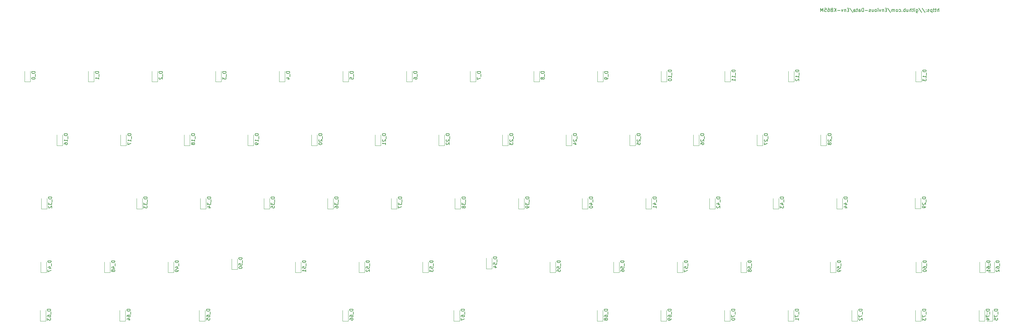
<source format=gbr>
G04 #@! TF.GenerationSoftware,KiCad,Pcbnew,(5.1.9)-1*
G04 #@! TF.CreationDate,2021-05-17T15:39:50+01:00*
G04 #@! TF.ProjectId,EnvKB65,456e764b-4236-4352-9e6b-696361645f70,rev?*
G04 #@! TF.SameCoordinates,Original*
G04 #@! TF.FileFunction,Legend,Bot*
G04 #@! TF.FilePolarity,Positive*
%FSLAX46Y46*%
G04 Gerber Fmt 4.6, Leading zero omitted, Abs format (unit mm)*
G04 Created by KiCad (PCBNEW (5.1.9)-1) date 2021-05-17 15:39:50*
%MOMM*%
%LPD*%
G01*
G04 APERTURE LIST*
%ADD10C,0.150000*%
%ADD11C,0.120000*%
G04 APERTURE END LIST*
D10*
X353466666Y-99452380D02*
X353466666Y-98452380D01*
X353038095Y-99452380D02*
X353038095Y-98928571D01*
X353085714Y-98833333D01*
X353180952Y-98785714D01*
X353323809Y-98785714D01*
X353419047Y-98833333D01*
X353466666Y-98880952D01*
X352704761Y-98785714D02*
X352323809Y-98785714D01*
X352561904Y-98452380D02*
X352561904Y-99309523D01*
X352514285Y-99404761D01*
X352419047Y-99452380D01*
X352323809Y-99452380D01*
X352133333Y-98785714D02*
X351752380Y-98785714D01*
X351990476Y-98452380D02*
X351990476Y-99309523D01*
X351942857Y-99404761D01*
X351847619Y-99452380D01*
X351752380Y-99452380D01*
X351419047Y-98785714D02*
X351419047Y-99785714D01*
X351419047Y-98833333D02*
X351323809Y-98785714D01*
X351133333Y-98785714D01*
X351038095Y-98833333D01*
X350990476Y-98880952D01*
X350942857Y-98976190D01*
X350942857Y-99261904D01*
X350990476Y-99357142D01*
X351038095Y-99404761D01*
X351133333Y-99452380D01*
X351323809Y-99452380D01*
X351419047Y-99404761D01*
X350561904Y-99404761D02*
X350466666Y-99452380D01*
X350276190Y-99452380D01*
X350180952Y-99404761D01*
X350133333Y-99309523D01*
X350133333Y-99261904D01*
X350180952Y-99166666D01*
X350276190Y-99119047D01*
X350419047Y-99119047D01*
X350514285Y-99071428D01*
X350561904Y-98976190D01*
X350561904Y-98928571D01*
X350514285Y-98833333D01*
X350419047Y-98785714D01*
X350276190Y-98785714D01*
X350180952Y-98833333D01*
X349704761Y-99357142D02*
X349657142Y-99404761D01*
X349704761Y-99452380D01*
X349752380Y-99404761D01*
X349704761Y-99357142D01*
X349704761Y-99452380D01*
X349704761Y-98833333D02*
X349657142Y-98880952D01*
X349704761Y-98928571D01*
X349752380Y-98880952D01*
X349704761Y-98833333D01*
X349704761Y-98928571D01*
X348514285Y-98404761D02*
X349371428Y-99690476D01*
X347466666Y-98404761D02*
X348323809Y-99690476D01*
X346704761Y-98785714D02*
X346704761Y-99595238D01*
X346752380Y-99690476D01*
X346800000Y-99738095D01*
X346895238Y-99785714D01*
X347038095Y-99785714D01*
X347133333Y-99738095D01*
X346704761Y-99404761D02*
X346800000Y-99452380D01*
X346990476Y-99452380D01*
X347085714Y-99404761D01*
X347133333Y-99357142D01*
X347180952Y-99261904D01*
X347180952Y-98976190D01*
X347133333Y-98880952D01*
X347085714Y-98833333D01*
X346990476Y-98785714D01*
X346800000Y-98785714D01*
X346704761Y-98833333D01*
X346228571Y-99452380D02*
X346228571Y-98785714D01*
X346228571Y-98452380D02*
X346276190Y-98500000D01*
X346228571Y-98547619D01*
X346180952Y-98500000D01*
X346228571Y-98452380D01*
X346228571Y-98547619D01*
X345895238Y-98785714D02*
X345514285Y-98785714D01*
X345752380Y-98452380D02*
X345752380Y-99309523D01*
X345704761Y-99404761D01*
X345609523Y-99452380D01*
X345514285Y-99452380D01*
X345180952Y-99452380D02*
X345180952Y-98452380D01*
X344752380Y-99452380D02*
X344752380Y-98928571D01*
X344800000Y-98833333D01*
X344895238Y-98785714D01*
X345038095Y-98785714D01*
X345133333Y-98833333D01*
X345180952Y-98880952D01*
X343847619Y-98785714D02*
X343847619Y-99452380D01*
X344276190Y-98785714D02*
X344276190Y-99309523D01*
X344228571Y-99404761D01*
X344133333Y-99452380D01*
X343990476Y-99452380D01*
X343895238Y-99404761D01*
X343847619Y-99357142D01*
X343371428Y-99452380D02*
X343371428Y-98452380D01*
X343371428Y-98833333D02*
X343276190Y-98785714D01*
X343085714Y-98785714D01*
X342990476Y-98833333D01*
X342942857Y-98880952D01*
X342895238Y-98976190D01*
X342895238Y-99261904D01*
X342942857Y-99357142D01*
X342990476Y-99404761D01*
X343085714Y-99452380D01*
X343276190Y-99452380D01*
X343371428Y-99404761D01*
X342466666Y-99357142D02*
X342419047Y-99404761D01*
X342466666Y-99452380D01*
X342514285Y-99404761D01*
X342466666Y-99357142D01*
X342466666Y-99452380D01*
X341561904Y-99404761D02*
X341657142Y-99452380D01*
X341847619Y-99452380D01*
X341942857Y-99404761D01*
X341990476Y-99357142D01*
X342038095Y-99261904D01*
X342038095Y-98976190D01*
X341990476Y-98880952D01*
X341942857Y-98833333D01*
X341847619Y-98785714D01*
X341657142Y-98785714D01*
X341561904Y-98833333D01*
X340990476Y-99452380D02*
X341085714Y-99404761D01*
X341133333Y-99357142D01*
X341180952Y-99261904D01*
X341180952Y-98976190D01*
X341133333Y-98880952D01*
X341085714Y-98833333D01*
X340990476Y-98785714D01*
X340847619Y-98785714D01*
X340752380Y-98833333D01*
X340704761Y-98880952D01*
X340657142Y-98976190D01*
X340657142Y-99261904D01*
X340704761Y-99357142D01*
X340752380Y-99404761D01*
X340847619Y-99452380D01*
X340990476Y-99452380D01*
X340228571Y-99452380D02*
X340228571Y-98785714D01*
X340228571Y-98880952D02*
X340180952Y-98833333D01*
X340085714Y-98785714D01*
X339942857Y-98785714D01*
X339847619Y-98833333D01*
X339800000Y-98928571D01*
X339800000Y-99452380D01*
X339800000Y-98928571D02*
X339752380Y-98833333D01*
X339657142Y-98785714D01*
X339514285Y-98785714D01*
X339419047Y-98833333D01*
X339371428Y-98928571D01*
X339371428Y-99452380D01*
X338180952Y-98404761D02*
X339038095Y-99690476D01*
X337847619Y-98928571D02*
X337514285Y-98928571D01*
X337371428Y-99452380D02*
X337847619Y-99452380D01*
X337847619Y-98452380D01*
X337371428Y-98452380D01*
X336942857Y-98785714D02*
X336942857Y-99452380D01*
X336942857Y-98880952D02*
X336895238Y-98833333D01*
X336800000Y-98785714D01*
X336657142Y-98785714D01*
X336561904Y-98833333D01*
X336514285Y-98928571D01*
X336514285Y-99452380D01*
X336133333Y-98785714D02*
X335895238Y-99452380D01*
X335657142Y-98785714D01*
X335276190Y-99452380D02*
X335276190Y-98785714D01*
X335276190Y-98452380D02*
X335323809Y-98500000D01*
X335276190Y-98547619D01*
X335228571Y-98500000D01*
X335276190Y-98452380D01*
X335276190Y-98547619D01*
X334657142Y-99452380D02*
X334752380Y-99404761D01*
X334800000Y-99357142D01*
X334847619Y-99261904D01*
X334847619Y-98976190D01*
X334800000Y-98880952D01*
X334752380Y-98833333D01*
X334657142Y-98785714D01*
X334514285Y-98785714D01*
X334419047Y-98833333D01*
X334371428Y-98880952D01*
X334323809Y-98976190D01*
X334323809Y-99261904D01*
X334371428Y-99357142D01*
X334419047Y-99404761D01*
X334514285Y-99452380D01*
X334657142Y-99452380D01*
X333466666Y-98785714D02*
X333466666Y-99452380D01*
X333895238Y-98785714D02*
X333895238Y-99309523D01*
X333847619Y-99404761D01*
X333752380Y-99452380D01*
X333609523Y-99452380D01*
X333514285Y-99404761D01*
X333466666Y-99357142D01*
X333038095Y-99404761D02*
X332942857Y-99452380D01*
X332752380Y-99452380D01*
X332657142Y-99404761D01*
X332609523Y-99309523D01*
X332609523Y-99261904D01*
X332657142Y-99166666D01*
X332752380Y-99119047D01*
X332895238Y-99119047D01*
X332990476Y-99071428D01*
X333038095Y-98976190D01*
X333038095Y-98928571D01*
X332990476Y-98833333D01*
X332895238Y-98785714D01*
X332752380Y-98785714D01*
X332657142Y-98833333D01*
X332180952Y-99071428D02*
X331419047Y-99071428D01*
X330942857Y-99452380D02*
X330942857Y-98452380D01*
X330704761Y-98452380D01*
X330561904Y-98500000D01*
X330466666Y-98595238D01*
X330419047Y-98690476D01*
X330371428Y-98880952D01*
X330371428Y-99023809D01*
X330419047Y-99214285D01*
X330466666Y-99309523D01*
X330561904Y-99404761D01*
X330704761Y-99452380D01*
X330942857Y-99452380D01*
X329514285Y-99452380D02*
X329514285Y-98928571D01*
X329561904Y-98833333D01*
X329657142Y-98785714D01*
X329847619Y-98785714D01*
X329942857Y-98833333D01*
X329514285Y-99404761D02*
X329609523Y-99452380D01*
X329847619Y-99452380D01*
X329942857Y-99404761D01*
X329990476Y-99309523D01*
X329990476Y-99214285D01*
X329942857Y-99119047D01*
X329847619Y-99071428D01*
X329609523Y-99071428D01*
X329514285Y-99023809D01*
X329180952Y-98785714D02*
X328800000Y-98785714D01*
X329038095Y-98452380D02*
X329038095Y-99309523D01*
X328990476Y-99404761D01*
X328895238Y-99452380D01*
X328800000Y-99452380D01*
X328038095Y-99452380D02*
X328038095Y-98928571D01*
X328085714Y-98833333D01*
X328180952Y-98785714D01*
X328371428Y-98785714D01*
X328466666Y-98833333D01*
X328038095Y-99404761D02*
X328133333Y-99452380D01*
X328371428Y-99452380D01*
X328466666Y-99404761D01*
X328514285Y-99309523D01*
X328514285Y-99214285D01*
X328466666Y-99119047D01*
X328371428Y-99071428D01*
X328133333Y-99071428D01*
X328038095Y-99023809D01*
X326847619Y-98404761D02*
X327704761Y-99690476D01*
X326514285Y-98928571D02*
X326180952Y-98928571D01*
X326038095Y-99452380D02*
X326514285Y-99452380D01*
X326514285Y-98452380D01*
X326038095Y-98452380D01*
X325609523Y-98785714D02*
X325609523Y-99452380D01*
X325609523Y-98880952D02*
X325561904Y-98833333D01*
X325466666Y-98785714D01*
X325323809Y-98785714D01*
X325228571Y-98833333D01*
X325180952Y-98928571D01*
X325180952Y-99452380D01*
X324800000Y-98785714D02*
X324561904Y-99452380D01*
X324323809Y-98785714D01*
X323942857Y-99071428D02*
X323180952Y-99071428D01*
X322704761Y-99452380D02*
X322704761Y-98452380D01*
X322133333Y-99452380D02*
X322561904Y-98880952D01*
X322133333Y-98452380D02*
X322704761Y-99023809D01*
X321371428Y-98928571D02*
X321228571Y-98976190D01*
X321180952Y-99023809D01*
X321133333Y-99119047D01*
X321133333Y-99261904D01*
X321180952Y-99357142D01*
X321228571Y-99404761D01*
X321323809Y-99452380D01*
X321704761Y-99452380D01*
X321704761Y-98452380D01*
X321371428Y-98452380D01*
X321276190Y-98500000D01*
X321228571Y-98547619D01*
X321180952Y-98642857D01*
X321180952Y-98738095D01*
X321228571Y-98833333D01*
X321276190Y-98880952D01*
X321371428Y-98928571D01*
X321704761Y-98928571D01*
X320276190Y-98452380D02*
X320466666Y-98452380D01*
X320561904Y-98500000D01*
X320609523Y-98547619D01*
X320704761Y-98690476D01*
X320752380Y-98880952D01*
X320752380Y-99261904D01*
X320704761Y-99357142D01*
X320657142Y-99404761D01*
X320561904Y-99452380D01*
X320371428Y-99452380D01*
X320276190Y-99404761D01*
X320228571Y-99357142D01*
X320180952Y-99261904D01*
X320180952Y-99023809D01*
X320228571Y-98928571D01*
X320276190Y-98880952D01*
X320371428Y-98833333D01*
X320561904Y-98833333D01*
X320657142Y-98880952D01*
X320704761Y-98928571D01*
X320752380Y-99023809D01*
X319276190Y-98452380D02*
X319752380Y-98452380D01*
X319800000Y-98928571D01*
X319752380Y-98880952D01*
X319657142Y-98833333D01*
X319419047Y-98833333D01*
X319323809Y-98880952D01*
X319276190Y-98928571D01*
X319228571Y-99023809D01*
X319228571Y-99261904D01*
X319276190Y-99357142D01*
X319323809Y-99404761D01*
X319419047Y-99452380D01*
X319657142Y-99452380D01*
X319752380Y-99404761D01*
X319800000Y-99357142D01*
X318800000Y-99452380D02*
X318800000Y-98452380D01*
X318466666Y-99166666D01*
X318133333Y-98452380D01*
X318133333Y-99452380D01*
D11*
X369600000Y-192109120D02*
X367900000Y-192109120D01*
X367900000Y-192109120D02*
X367900000Y-188959120D01*
X369600000Y-192109120D02*
X369600000Y-188959120D01*
X367184200Y-192109120D02*
X365484200Y-192109120D01*
X365484200Y-192109120D02*
X365484200Y-188959120D01*
X367184200Y-192109120D02*
X367184200Y-188959120D01*
X348134200Y-192109120D02*
X346434200Y-192109120D01*
X346434200Y-192109120D02*
X346434200Y-188959120D01*
X348134200Y-192109120D02*
X348134200Y-188959120D01*
X329084200Y-192109120D02*
X327384200Y-192109120D01*
X327384200Y-192109120D02*
X327384200Y-188959120D01*
X329084200Y-192109120D02*
X329084200Y-188959120D01*
X310034200Y-192109120D02*
X308334200Y-192109120D01*
X308334200Y-192109120D02*
X308334200Y-188959120D01*
X310034200Y-192109120D02*
X310034200Y-188959120D01*
X290984200Y-192109120D02*
X289284200Y-192109120D01*
X289284200Y-192109120D02*
X289284200Y-188959120D01*
X290984200Y-192109120D02*
X290984200Y-188959120D01*
X271934200Y-192109120D02*
X270234200Y-192109120D01*
X270234200Y-192109120D02*
X270234200Y-188959120D01*
X271934200Y-192109120D02*
X271934200Y-188959120D01*
X252884200Y-192109120D02*
X251184200Y-192109120D01*
X251184200Y-192109120D02*
X251184200Y-188959120D01*
X252884200Y-192109120D02*
X252884200Y-188959120D01*
X210021700Y-192109120D02*
X208321700Y-192109120D01*
X208321700Y-192109120D02*
X208321700Y-188959120D01*
X210021700Y-192109120D02*
X210021700Y-188959120D01*
X176684200Y-192109120D02*
X174984200Y-192109120D01*
X174984200Y-192109120D02*
X174984200Y-188959120D01*
X176684200Y-192109120D02*
X176684200Y-188959120D01*
X133821700Y-192109120D02*
X132121700Y-192109120D01*
X132121700Y-192109120D02*
X132121700Y-188959120D01*
X133821700Y-192109120D02*
X133821700Y-188959120D01*
X110009200Y-192109120D02*
X108309200Y-192109120D01*
X108309200Y-192109120D02*
X108309200Y-188959120D01*
X110009200Y-192109120D02*
X110009200Y-188959120D01*
X86196700Y-192109120D02*
X84496700Y-192109120D01*
X84496700Y-192109120D02*
X84496700Y-188959120D01*
X86196700Y-192109120D02*
X86196700Y-188959120D01*
X370100000Y-177584120D02*
X368400000Y-177584120D01*
X368400000Y-177584120D02*
X368400000Y-174434120D01*
X370100000Y-177584120D02*
X370100000Y-174434120D01*
X367334200Y-177584120D02*
X365634200Y-177584120D01*
X365634200Y-177584120D02*
X365634200Y-174434120D01*
X367334200Y-177584120D02*
X367334200Y-174434120D01*
X348284200Y-177584120D02*
X346584200Y-177584120D01*
X346584200Y-177584120D02*
X346584200Y-174434120D01*
X348284200Y-177584120D02*
X348284200Y-174434120D01*
X322634200Y-177584120D02*
X320934200Y-177584120D01*
X320934200Y-177584120D02*
X320934200Y-174434120D01*
X322634200Y-177584120D02*
X322634200Y-174434120D01*
X295896700Y-177584120D02*
X294196700Y-177584120D01*
X294196700Y-177584120D02*
X294196700Y-174434120D01*
X295896700Y-177584120D02*
X295896700Y-174434120D01*
X276846700Y-177584120D02*
X275146700Y-177584120D01*
X275146700Y-177584120D02*
X275146700Y-174434120D01*
X276846700Y-177584120D02*
X276846700Y-174434120D01*
X257796700Y-177584120D02*
X256096700Y-177584120D01*
X256096700Y-177584120D02*
X256096700Y-174434120D01*
X257796700Y-177584120D02*
X257796700Y-174434120D01*
X238746700Y-177584120D02*
X237046700Y-177584120D01*
X237046700Y-177584120D02*
X237046700Y-174434120D01*
X238746700Y-177584120D02*
X238746700Y-174434120D01*
X219696700Y-176450000D02*
X217996700Y-176450000D01*
X217996700Y-176450000D02*
X217996700Y-173300000D01*
X219696700Y-176450000D02*
X219696700Y-173300000D01*
X200646700Y-177584120D02*
X198946700Y-177584120D01*
X198946700Y-177584120D02*
X198946700Y-174434120D01*
X200646700Y-177584120D02*
X200646700Y-174434120D01*
X181596700Y-177584120D02*
X179896700Y-177584120D01*
X179896700Y-177584120D02*
X179896700Y-174434120D01*
X181596700Y-177584120D02*
X181596700Y-174434120D01*
X162546700Y-177584120D02*
X160846700Y-177584120D01*
X160846700Y-177584120D02*
X160846700Y-174434120D01*
X162546700Y-177584120D02*
X162546700Y-174434120D01*
X143496700Y-176675000D02*
X141796700Y-176675000D01*
X141796700Y-176675000D02*
X141796700Y-173525000D01*
X143496700Y-176675000D02*
X143496700Y-173525000D01*
X124446700Y-177584120D02*
X122746700Y-177584120D01*
X122746700Y-177584120D02*
X122746700Y-174434120D01*
X124446700Y-177584120D02*
X124446700Y-174434120D01*
X105396700Y-177584120D02*
X103696700Y-177584120D01*
X103696700Y-177584120D02*
X103696700Y-174434120D01*
X105396700Y-177584120D02*
X105396700Y-174434120D01*
X86346700Y-177584120D02*
X84646700Y-177584120D01*
X84646700Y-177584120D02*
X84646700Y-174434120D01*
X86346700Y-177584120D02*
X86346700Y-174434120D01*
X324621700Y-158509120D02*
X322921700Y-158509120D01*
X322921700Y-158509120D02*
X322921700Y-155359120D01*
X324621700Y-158509120D02*
X324621700Y-155359120D01*
X305571700Y-158509120D02*
X303871700Y-158509120D01*
X303871700Y-158509120D02*
X303871700Y-155359120D01*
X305571700Y-158509120D02*
X305571700Y-155359120D01*
X286521700Y-158509120D02*
X284821700Y-158509120D01*
X284821700Y-158509120D02*
X284821700Y-155359120D01*
X286521700Y-158509120D02*
X286521700Y-155359120D01*
X267471700Y-158509120D02*
X265771700Y-158509120D01*
X265771700Y-158509120D02*
X265771700Y-155359120D01*
X267471700Y-158509120D02*
X267471700Y-155359120D01*
X248421700Y-158509120D02*
X246721700Y-158509120D01*
X246721700Y-158509120D02*
X246721700Y-155359120D01*
X248421700Y-158509120D02*
X248421700Y-155359120D01*
X229371700Y-158509120D02*
X227671700Y-158509120D01*
X227671700Y-158509120D02*
X227671700Y-155359120D01*
X229371700Y-158509120D02*
X229371700Y-155359120D01*
X210321700Y-158509120D02*
X208621700Y-158509120D01*
X208621700Y-158509120D02*
X208621700Y-155359120D01*
X210321700Y-158509120D02*
X210321700Y-155359120D01*
X191271700Y-158509120D02*
X189571700Y-158509120D01*
X189571700Y-158509120D02*
X189571700Y-155359120D01*
X191271700Y-158509120D02*
X191271700Y-155359120D01*
X172221700Y-158509120D02*
X170521700Y-158509120D01*
X170521700Y-158509120D02*
X170521700Y-155359120D01*
X172221700Y-158509120D02*
X172221700Y-155359120D01*
X153171700Y-158509120D02*
X151471700Y-158509120D01*
X151471700Y-158509120D02*
X151471700Y-155359120D01*
X153171700Y-158509120D02*
X153171700Y-155359120D01*
X134121700Y-158509120D02*
X132421700Y-158509120D01*
X132421700Y-158509120D02*
X132421700Y-155359120D01*
X134121700Y-158509120D02*
X134121700Y-155359120D01*
X115071700Y-158509120D02*
X113371700Y-158509120D01*
X113371700Y-158509120D02*
X113371700Y-155359120D01*
X115071700Y-158509120D02*
X115071700Y-155359120D01*
X86496700Y-158509120D02*
X84796700Y-158509120D01*
X84796700Y-158509120D02*
X84796700Y-155359120D01*
X86496700Y-158509120D02*
X86496700Y-155359120D01*
X348084200Y-158484120D02*
X346384200Y-158484120D01*
X346384200Y-158484120D02*
X346384200Y-155334120D01*
X348084200Y-158484120D02*
X348084200Y-155334120D01*
X319809200Y-139534120D02*
X318109200Y-139534120D01*
X318109200Y-139534120D02*
X318109200Y-136384120D01*
X319809200Y-139534120D02*
X319809200Y-136384120D01*
X300759200Y-139534120D02*
X299059200Y-139534120D01*
X299059200Y-139534120D02*
X299059200Y-136384120D01*
X300759200Y-139534120D02*
X300759200Y-136384120D01*
X281709200Y-139534120D02*
X280009200Y-139534120D01*
X280009200Y-139534120D02*
X280009200Y-136384120D01*
X281709200Y-139534120D02*
X281709200Y-136384120D01*
X262659200Y-139534120D02*
X260959200Y-139534120D01*
X260959200Y-139534120D02*
X260959200Y-136384120D01*
X262659200Y-139534120D02*
X262659200Y-136384120D01*
X243609200Y-139534120D02*
X241909200Y-139534120D01*
X241909200Y-139534120D02*
X241909200Y-136384120D01*
X243609200Y-139534120D02*
X243609200Y-136384120D01*
X224559200Y-139534120D02*
X222859200Y-139534120D01*
X222859200Y-139534120D02*
X222859200Y-136384120D01*
X224559200Y-139534120D02*
X224559200Y-136384120D01*
X205509200Y-139534120D02*
X203809200Y-139534120D01*
X203809200Y-139534120D02*
X203809200Y-136384120D01*
X205509200Y-139534120D02*
X205509200Y-136384120D01*
X186459200Y-139534120D02*
X184759200Y-139534120D01*
X184759200Y-139534120D02*
X184759200Y-136384120D01*
X186459200Y-139534120D02*
X186459200Y-136384120D01*
X167409200Y-139534120D02*
X165709200Y-139534120D01*
X165709200Y-139534120D02*
X165709200Y-136384120D01*
X167409200Y-139534120D02*
X167409200Y-136384120D01*
X148359200Y-139534120D02*
X146659200Y-139534120D01*
X146659200Y-139534120D02*
X146659200Y-136384120D01*
X148359200Y-139534120D02*
X148359200Y-136384120D01*
X129309200Y-139534120D02*
X127609200Y-139534120D01*
X127609200Y-139534120D02*
X127609200Y-136384120D01*
X129309200Y-139534120D02*
X129309200Y-136384120D01*
X110259200Y-139534120D02*
X108559200Y-139534120D01*
X108559200Y-139534120D02*
X108559200Y-136384120D01*
X110259200Y-139534120D02*
X110259200Y-136384120D01*
X91209200Y-139534120D02*
X89509200Y-139534120D01*
X89509200Y-139534120D02*
X89509200Y-136384120D01*
X91209200Y-139534120D02*
X91209200Y-136384120D01*
X348234200Y-120434120D02*
X346534200Y-120434120D01*
X346534200Y-120434120D02*
X346534200Y-117284120D01*
X348234200Y-120434120D02*
X348234200Y-117284120D01*
X310134200Y-120434120D02*
X308434200Y-120434120D01*
X308434200Y-120434120D02*
X308434200Y-117284120D01*
X310134200Y-120434120D02*
X310134200Y-117284120D01*
X291084200Y-120434120D02*
X289384200Y-120434120D01*
X289384200Y-120434120D02*
X289384200Y-117284120D01*
X291084200Y-120434120D02*
X291084200Y-117284120D01*
X272034200Y-120434120D02*
X270334200Y-120434120D01*
X270334200Y-120434120D02*
X270334200Y-117284120D01*
X272034200Y-120434120D02*
X272034200Y-117284120D01*
X252984200Y-120434120D02*
X251284200Y-120434120D01*
X251284200Y-120434120D02*
X251284200Y-117284120D01*
X252984200Y-120434120D02*
X252984200Y-117284120D01*
X233934200Y-120434120D02*
X232234200Y-120434120D01*
X232234200Y-120434120D02*
X232234200Y-117284120D01*
X233934200Y-120434120D02*
X233934200Y-117284120D01*
X214884200Y-120434120D02*
X213184200Y-120434120D01*
X213184200Y-120434120D02*
X213184200Y-117284120D01*
X214884200Y-120434120D02*
X214884200Y-117284120D01*
X195834200Y-120434120D02*
X194134200Y-120434120D01*
X194134200Y-120434120D02*
X194134200Y-117284120D01*
X195834200Y-120434120D02*
X195834200Y-117284120D01*
X176784200Y-120434120D02*
X175084200Y-120434120D01*
X175084200Y-120434120D02*
X175084200Y-117284120D01*
X176784200Y-120434120D02*
X176784200Y-117284120D01*
X157734200Y-120434120D02*
X156034200Y-120434120D01*
X156034200Y-120434120D02*
X156034200Y-117284120D01*
X157734200Y-120434120D02*
X157734200Y-117284120D01*
X138684200Y-120434120D02*
X136984200Y-120434120D01*
X136984200Y-120434120D02*
X136984200Y-117284120D01*
X138684200Y-120434120D02*
X138684200Y-117284120D01*
X119634200Y-120434120D02*
X117934200Y-120434120D01*
X117934200Y-120434120D02*
X117934200Y-117284120D01*
X119634200Y-120434120D02*
X119634200Y-117284120D01*
X100584200Y-120434120D02*
X98884200Y-120434120D01*
X98884200Y-120434120D02*
X98884200Y-117284120D01*
X100584200Y-120434120D02*
X100584200Y-117284120D01*
X81534200Y-120434120D02*
X79834200Y-120434120D01*
X79834200Y-120434120D02*
X79834200Y-117284120D01*
X81534200Y-120434120D02*
X81534200Y-117284120D01*
D10*
X371052380Y-188613881D02*
X370052380Y-188613881D01*
X370052380Y-188851977D01*
X370100000Y-188994834D01*
X370195238Y-189090072D01*
X370290476Y-189137691D01*
X370480952Y-189185310D01*
X370623809Y-189185310D01*
X370814285Y-189137691D01*
X370909523Y-189090072D01*
X371004761Y-188994834D01*
X371052380Y-188851977D01*
X371052380Y-188613881D01*
X371147619Y-189375786D02*
X371147619Y-190137691D01*
X370052380Y-190280548D02*
X370052380Y-190947215D01*
X371052380Y-190518643D01*
X370052380Y-191804358D02*
X370052380Y-191328167D01*
X370528571Y-191280548D01*
X370480952Y-191328167D01*
X370433333Y-191423405D01*
X370433333Y-191661500D01*
X370480952Y-191756739D01*
X370528571Y-191804358D01*
X370623809Y-191851977D01*
X370861904Y-191851977D01*
X370957142Y-191804358D01*
X371004761Y-191756739D01*
X371052380Y-191661500D01*
X371052380Y-191423405D01*
X371004761Y-191328167D01*
X370957142Y-191280548D01*
X368636580Y-188613881D02*
X367636580Y-188613881D01*
X367636580Y-188851977D01*
X367684200Y-188994834D01*
X367779438Y-189090072D01*
X367874676Y-189137691D01*
X368065152Y-189185310D01*
X368208009Y-189185310D01*
X368398485Y-189137691D01*
X368493723Y-189090072D01*
X368588961Y-188994834D01*
X368636580Y-188851977D01*
X368636580Y-188613881D01*
X368731819Y-189375786D02*
X368731819Y-190137691D01*
X367636580Y-190280548D02*
X367636580Y-190947215D01*
X368636580Y-190518643D01*
X367969914Y-191756739D02*
X368636580Y-191756739D01*
X367588961Y-191518643D02*
X368303247Y-191280548D01*
X368303247Y-191899596D01*
X349586580Y-188613881D02*
X348586580Y-188613881D01*
X348586580Y-188851977D01*
X348634200Y-188994834D01*
X348729438Y-189090072D01*
X348824676Y-189137691D01*
X349015152Y-189185310D01*
X349158009Y-189185310D01*
X349348485Y-189137691D01*
X349443723Y-189090072D01*
X349538961Y-188994834D01*
X349586580Y-188851977D01*
X349586580Y-188613881D01*
X349681819Y-189375786D02*
X349681819Y-190137691D01*
X348586580Y-190280548D02*
X348586580Y-190947215D01*
X349586580Y-190518643D01*
X348586580Y-191232929D02*
X348586580Y-191851977D01*
X348967533Y-191518643D01*
X348967533Y-191661500D01*
X349015152Y-191756739D01*
X349062771Y-191804358D01*
X349158009Y-191851977D01*
X349396104Y-191851977D01*
X349491342Y-191804358D01*
X349538961Y-191756739D01*
X349586580Y-191661500D01*
X349586580Y-191375786D01*
X349538961Y-191280548D01*
X349491342Y-191232929D01*
X330536580Y-188613881D02*
X329536580Y-188613881D01*
X329536580Y-188851977D01*
X329584200Y-188994834D01*
X329679438Y-189090072D01*
X329774676Y-189137691D01*
X329965152Y-189185310D01*
X330108009Y-189185310D01*
X330298485Y-189137691D01*
X330393723Y-189090072D01*
X330488961Y-188994834D01*
X330536580Y-188851977D01*
X330536580Y-188613881D01*
X330631819Y-189375786D02*
X330631819Y-190137691D01*
X329536580Y-190280548D02*
X329536580Y-190947215D01*
X330536580Y-190518643D01*
X329631819Y-191280548D02*
X329584200Y-191328167D01*
X329536580Y-191423405D01*
X329536580Y-191661500D01*
X329584200Y-191756739D01*
X329631819Y-191804358D01*
X329727057Y-191851977D01*
X329822295Y-191851977D01*
X329965152Y-191804358D01*
X330536580Y-191232929D01*
X330536580Y-191851977D01*
X311486580Y-188613881D02*
X310486580Y-188613881D01*
X310486580Y-188851977D01*
X310534200Y-188994834D01*
X310629438Y-189090072D01*
X310724676Y-189137691D01*
X310915152Y-189185310D01*
X311058009Y-189185310D01*
X311248485Y-189137691D01*
X311343723Y-189090072D01*
X311438961Y-188994834D01*
X311486580Y-188851977D01*
X311486580Y-188613881D01*
X311581819Y-189375786D02*
X311581819Y-190137691D01*
X310486580Y-190280548D02*
X310486580Y-190947215D01*
X311486580Y-190518643D01*
X311486580Y-191851977D02*
X311486580Y-191280548D01*
X311486580Y-191566262D02*
X310486580Y-191566262D01*
X310629438Y-191471024D01*
X310724676Y-191375786D01*
X310772295Y-191280548D01*
X292436580Y-188613881D02*
X291436580Y-188613881D01*
X291436580Y-188851977D01*
X291484200Y-188994834D01*
X291579438Y-189090072D01*
X291674676Y-189137691D01*
X291865152Y-189185310D01*
X292008009Y-189185310D01*
X292198485Y-189137691D01*
X292293723Y-189090072D01*
X292388961Y-188994834D01*
X292436580Y-188851977D01*
X292436580Y-188613881D01*
X292531819Y-189375786D02*
X292531819Y-190137691D01*
X291436580Y-190280548D02*
X291436580Y-190947215D01*
X292436580Y-190518643D01*
X291436580Y-191518643D02*
X291436580Y-191613881D01*
X291484200Y-191709120D01*
X291531819Y-191756739D01*
X291627057Y-191804358D01*
X291817533Y-191851977D01*
X292055628Y-191851977D01*
X292246104Y-191804358D01*
X292341342Y-191756739D01*
X292388961Y-191709120D01*
X292436580Y-191613881D01*
X292436580Y-191518643D01*
X292388961Y-191423405D01*
X292341342Y-191375786D01*
X292246104Y-191328167D01*
X292055628Y-191280548D01*
X291817533Y-191280548D01*
X291627057Y-191328167D01*
X291531819Y-191375786D01*
X291484200Y-191423405D01*
X291436580Y-191518643D01*
X273386580Y-188613881D02*
X272386580Y-188613881D01*
X272386580Y-188851977D01*
X272434200Y-188994834D01*
X272529438Y-189090072D01*
X272624676Y-189137691D01*
X272815152Y-189185310D01*
X272958009Y-189185310D01*
X273148485Y-189137691D01*
X273243723Y-189090072D01*
X273338961Y-188994834D01*
X273386580Y-188851977D01*
X273386580Y-188613881D01*
X273481819Y-189375786D02*
X273481819Y-190137691D01*
X272386580Y-190804358D02*
X272386580Y-190613881D01*
X272434200Y-190518643D01*
X272481819Y-190471024D01*
X272624676Y-190375786D01*
X272815152Y-190328167D01*
X273196104Y-190328167D01*
X273291342Y-190375786D01*
X273338961Y-190423405D01*
X273386580Y-190518643D01*
X273386580Y-190709120D01*
X273338961Y-190804358D01*
X273291342Y-190851977D01*
X273196104Y-190899596D01*
X272958009Y-190899596D01*
X272862771Y-190851977D01*
X272815152Y-190804358D01*
X272767533Y-190709120D01*
X272767533Y-190518643D01*
X272815152Y-190423405D01*
X272862771Y-190375786D01*
X272958009Y-190328167D01*
X273386580Y-191375786D02*
X273386580Y-191566262D01*
X273338961Y-191661500D01*
X273291342Y-191709120D01*
X273148485Y-191804358D01*
X272958009Y-191851977D01*
X272577057Y-191851977D01*
X272481819Y-191804358D01*
X272434200Y-191756739D01*
X272386580Y-191661500D01*
X272386580Y-191471024D01*
X272434200Y-191375786D01*
X272481819Y-191328167D01*
X272577057Y-191280548D01*
X272815152Y-191280548D01*
X272910390Y-191328167D01*
X272958009Y-191375786D01*
X273005628Y-191471024D01*
X273005628Y-191661500D01*
X272958009Y-191756739D01*
X272910390Y-191804358D01*
X272815152Y-191851977D01*
X254336580Y-188613881D02*
X253336580Y-188613881D01*
X253336580Y-188851977D01*
X253384200Y-188994834D01*
X253479438Y-189090072D01*
X253574676Y-189137691D01*
X253765152Y-189185310D01*
X253908009Y-189185310D01*
X254098485Y-189137691D01*
X254193723Y-189090072D01*
X254288961Y-188994834D01*
X254336580Y-188851977D01*
X254336580Y-188613881D01*
X254431819Y-189375786D02*
X254431819Y-190137691D01*
X253336580Y-190804358D02*
X253336580Y-190613881D01*
X253384200Y-190518643D01*
X253431819Y-190471024D01*
X253574676Y-190375786D01*
X253765152Y-190328167D01*
X254146104Y-190328167D01*
X254241342Y-190375786D01*
X254288961Y-190423405D01*
X254336580Y-190518643D01*
X254336580Y-190709120D01*
X254288961Y-190804358D01*
X254241342Y-190851977D01*
X254146104Y-190899596D01*
X253908009Y-190899596D01*
X253812771Y-190851977D01*
X253765152Y-190804358D01*
X253717533Y-190709120D01*
X253717533Y-190518643D01*
X253765152Y-190423405D01*
X253812771Y-190375786D01*
X253908009Y-190328167D01*
X253765152Y-191471024D02*
X253717533Y-191375786D01*
X253669914Y-191328167D01*
X253574676Y-191280548D01*
X253527057Y-191280548D01*
X253431819Y-191328167D01*
X253384200Y-191375786D01*
X253336580Y-191471024D01*
X253336580Y-191661500D01*
X253384200Y-191756739D01*
X253431819Y-191804358D01*
X253527057Y-191851977D01*
X253574676Y-191851977D01*
X253669914Y-191804358D01*
X253717533Y-191756739D01*
X253765152Y-191661500D01*
X253765152Y-191471024D01*
X253812771Y-191375786D01*
X253860390Y-191328167D01*
X253955628Y-191280548D01*
X254146104Y-191280548D01*
X254241342Y-191328167D01*
X254288961Y-191375786D01*
X254336580Y-191471024D01*
X254336580Y-191661500D01*
X254288961Y-191756739D01*
X254241342Y-191804358D01*
X254146104Y-191851977D01*
X253955628Y-191851977D01*
X253860390Y-191804358D01*
X253812771Y-191756739D01*
X253765152Y-191661500D01*
X211474080Y-188613881D02*
X210474080Y-188613881D01*
X210474080Y-188851977D01*
X210521700Y-188994834D01*
X210616938Y-189090072D01*
X210712176Y-189137691D01*
X210902652Y-189185310D01*
X211045509Y-189185310D01*
X211235985Y-189137691D01*
X211331223Y-189090072D01*
X211426461Y-188994834D01*
X211474080Y-188851977D01*
X211474080Y-188613881D01*
X211569319Y-189375786D02*
X211569319Y-190137691D01*
X210474080Y-190804358D02*
X210474080Y-190613881D01*
X210521700Y-190518643D01*
X210569319Y-190471024D01*
X210712176Y-190375786D01*
X210902652Y-190328167D01*
X211283604Y-190328167D01*
X211378842Y-190375786D01*
X211426461Y-190423405D01*
X211474080Y-190518643D01*
X211474080Y-190709120D01*
X211426461Y-190804358D01*
X211378842Y-190851977D01*
X211283604Y-190899596D01*
X211045509Y-190899596D01*
X210950271Y-190851977D01*
X210902652Y-190804358D01*
X210855033Y-190709120D01*
X210855033Y-190518643D01*
X210902652Y-190423405D01*
X210950271Y-190375786D01*
X211045509Y-190328167D01*
X210474080Y-191232929D02*
X210474080Y-191899596D01*
X211474080Y-191471024D01*
X178136580Y-188613881D02*
X177136580Y-188613881D01*
X177136580Y-188851977D01*
X177184200Y-188994834D01*
X177279438Y-189090072D01*
X177374676Y-189137691D01*
X177565152Y-189185310D01*
X177708009Y-189185310D01*
X177898485Y-189137691D01*
X177993723Y-189090072D01*
X178088961Y-188994834D01*
X178136580Y-188851977D01*
X178136580Y-188613881D01*
X178231819Y-189375786D02*
X178231819Y-190137691D01*
X177136580Y-190804358D02*
X177136580Y-190613881D01*
X177184200Y-190518643D01*
X177231819Y-190471024D01*
X177374676Y-190375786D01*
X177565152Y-190328167D01*
X177946104Y-190328167D01*
X178041342Y-190375786D01*
X178088961Y-190423405D01*
X178136580Y-190518643D01*
X178136580Y-190709120D01*
X178088961Y-190804358D01*
X178041342Y-190851977D01*
X177946104Y-190899596D01*
X177708009Y-190899596D01*
X177612771Y-190851977D01*
X177565152Y-190804358D01*
X177517533Y-190709120D01*
X177517533Y-190518643D01*
X177565152Y-190423405D01*
X177612771Y-190375786D01*
X177708009Y-190328167D01*
X177136580Y-191756739D02*
X177136580Y-191566262D01*
X177184200Y-191471024D01*
X177231819Y-191423405D01*
X177374676Y-191328167D01*
X177565152Y-191280548D01*
X177946104Y-191280548D01*
X178041342Y-191328167D01*
X178088961Y-191375786D01*
X178136580Y-191471024D01*
X178136580Y-191661500D01*
X178088961Y-191756739D01*
X178041342Y-191804358D01*
X177946104Y-191851977D01*
X177708009Y-191851977D01*
X177612771Y-191804358D01*
X177565152Y-191756739D01*
X177517533Y-191661500D01*
X177517533Y-191471024D01*
X177565152Y-191375786D01*
X177612771Y-191328167D01*
X177708009Y-191280548D01*
X135274080Y-188613881D02*
X134274080Y-188613881D01*
X134274080Y-188851977D01*
X134321700Y-188994834D01*
X134416938Y-189090072D01*
X134512176Y-189137691D01*
X134702652Y-189185310D01*
X134845509Y-189185310D01*
X135035985Y-189137691D01*
X135131223Y-189090072D01*
X135226461Y-188994834D01*
X135274080Y-188851977D01*
X135274080Y-188613881D01*
X135369319Y-189375786D02*
X135369319Y-190137691D01*
X134274080Y-190804358D02*
X134274080Y-190613881D01*
X134321700Y-190518643D01*
X134369319Y-190471024D01*
X134512176Y-190375786D01*
X134702652Y-190328167D01*
X135083604Y-190328167D01*
X135178842Y-190375786D01*
X135226461Y-190423405D01*
X135274080Y-190518643D01*
X135274080Y-190709120D01*
X135226461Y-190804358D01*
X135178842Y-190851977D01*
X135083604Y-190899596D01*
X134845509Y-190899596D01*
X134750271Y-190851977D01*
X134702652Y-190804358D01*
X134655033Y-190709120D01*
X134655033Y-190518643D01*
X134702652Y-190423405D01*
X134750271Y-190375786D01*
X134845509Y-190328167D01*
X134274080Y-191804358D02*
X134274080Y-191328167D01*
X134750271Y-191280548D01*
X134702652Y-191328167D01*
X134655033Y-191423405D01*
X134655033Y-191661500D01*
X134702652Y-191756739D01*
X134750271Y-191804358D01*
X134845509Y-191851977D01*
X135083604Y-191851977D01*
X135178842Y-191804358D01*
X135226461Y-191756739D01*
X135274080Y-191661500D01*
X135274080Y-191423405D01*
X135226461Y-191328167D01*
X135178842Y-191280548D01*
X111461580Y-188613881D02*
X110461580Y-188613881D01*
X110461580Y-188851977D01*
X110509200Y-188994834D01*
X110604438Y-189090072D01*
X110699676Y-189137691D01*
X110890152Y-189185310D01*
X111033009Y-189185310D01*
X111223485Y-189137691D01*
X111318723Y-189090072D01*
X111413961Y-188994834D01*
X111461580Y-188851977D01*
X111461580Y-188613881D01*
X111556819Y-189375786D02*
X111556819Y-190137691D01*
X110461580Y-190804358D02*
X110461580Y-190613881D01*
X110509200Y-190518643D01*
X110556819Y-190471024D01*
X110699676Y-190375786D01*
X110890152Y-190328167D01*
X111271104Y-190328167D01*
X111366342Y-190375786D01*
X111413961Y-190423405D01*
X111461580Y-190518643D01*
X111461580Y-190709120D01*
X111413961Y-190804358D01*
X111366342Y-190851977D01*
X111271104Y-190899596D01*
X111033009Y-190899596D01*
X110937771Y-190851977D01*
X110890152Y-190804358D01*
X110842533Y-190709120D01*
X110842533Y-190518643D01*
X110890152Y-190423405D01*
X110937771Y-190375786D01*
X111033009Y-190328167D01*
X110794914Y-191756739D02*
X111461580Y-191756739D01*
X110413961Y-191518643D02*
X111128247Y-191280548D01*
X111128247Y-191899596D01*
X87649080Y-188613881D02*
X86649080Y-188613881D01*
X86649080Y-188851977D01*
X86696700Y-188994834D01*
X86791938Y-189090072D01*
X86887176Y-189137691D01*
X87077652Y-189185310D01*
X87220509Y-189185310D01*
X87410985Y-189137691D01*
X87506223Y-189090072D01*
X87601461Y-188994834D01*
X87649080Y-188851977D01*
X87649080Y-188613881D01*
X87744319Y-189375786D02*
X87744319Y-190137691D01*
X86649080Y-190804358D02*
X86649080Y-190613881D01*
X86696700Y-190518643D01*
X86744319Y-190471024D01*
X86887176Y-190375786D01*
X87077652Y-190328167D01*
X87458604Y-190328167D01*
X87553842Y-190375786D01*
X87601461Y-190423405D01*
X87649080Y-190518643D01*
X87649080Y-190709120D01*
X87601461Y-190804358D01*
X87553842Y-190851977D01*
X87458604Y-190899596D01*
X87220509Y-190899596D01*
X87125271Y-190851977D01*
X87077652Y-190804358D01*
X87030033Y-190709120D01*
X87030033Y-190518643D01*
X87077652Y-190423405D01*
X87125271Y-190375786D01*
X87220509Y-190328167D01*
X86649080Y-191232929D02*
X86649080Y-191851977D01*
X87030033Y-191518643D01*
X87030033Y-191661500D01*
X87077652Y-191756739D01*
X87125271Y-191804358D01*
X87220509Y-191851977D01*
X87458604Y-191851977D01*
X87553842Y-191804358D01*
X87601461Y-191756739D01*
X87649080Y-191661500D01*
X87649080Y-191375786D01*
X87601461Y-191280548D01*
X87553842Y-191232929D01*
X371552380Y-174088881D02*
X370552380Y-174088881D01*
X370552380Y-174326977D01*
X370600000Y-174469834D01*
X370695238Y-174565072D01*
X370790476Y-174612691D01*
X370980952Y-174660310D01*
X371123809Y-174660310D01*
X371314285Y-174612691D01*
X371409523Y-174565072D01*
X371504761Y-174469834D01*
X371552380Y-174326977D01*
X371552380Y-174088881D01*
X371647619Y-174850786D02*
X371647619Y-175612691D01*
X370552380Y-176279358D02*
X370552380Y-176088881D01*
X370600000Y-175993643D01*
X370647619Y-175946024D01*
X370790476Y-175850786D01*
X370980952Y-175803167D01*
X371361904Y-175803167D01*
X371457142Y-175850786D01*
X371504761Y-175898405D01*
X371552380Y-175993643D01*
X371552380Y-176184120D01*
X371504761Y-176279358D01*
X371457142Y-176326977D01*
X371361904Y-176374596D01*
X371123809Y-176374596D01*
X371028571Y-176326977D01*
X370980952Y-176279358D01*
X370933333Y-176184120D01*
X370933333Y-175993643D01*
X370980952Y-175898405D01*
X371028571Y-175850786D01*
X371123809Y-175803167D01*
X370647619Y-176755548D02*
X370600000Y-176803167D01*
X370552380Y-176898405D01*
X370552380Y-177136500D01*
X370600000Y-177231739D01*
X370647619Y-177279358D01*
X370742857Y-177326977D01*
X370838095Y-177326977D01*
X370980952Y-177279358D01*
X371552380Y-176707929D01*
X371552380Y-177326977D01*
X368786580Y-174088881D02*
X367786580Y-174088881D01*
X367786580Y-174326977D01*
X367834200Y-174469834D01*
X367929438Y-174565072D01*
X368024676Y-174612691D01*
X368215152Y-174660310D01*
X368358009Y-174660310D01*
X368548485Y-174612691D01*
X368643723Y-174565072D01*
X368738961Y-174469834D01*
X368786580Y-174326977D01*
X368786580Y-174088881D01*
X368881819Y-174850786D02*
X368881819Y-175612691D01*
X367786580Y-176279358D02*
X367786580Y-176088881D01*
X367834200Y-175993643D01*
X367881819Y-175946024D01*
X368024676Y-175850786D01*
X368215152Y-175803167D01*
X368596104Y-175803167D01*
X368691342Y-175850786D01*
X368738961Y-175898405D01*
X368786580Y-175993643D01*
X368786580Y-176184120D01*
X368738961Y-176279358D01*
X368691342Y-176326977D01*
X368596104Y-176374596D01*
X368358009Y-176374596D01*
X368262771Y-176326977D01*
X368215152Y-176279358D01*
X368167533Y-176184120D01*
X368167533Y-175993643D01*
X368215152Y-175898405D01*
X368262771Y-175850786D01*
X368358009Y-175803167D01*
X368786580Y-177326977D02*
X368786580Y-176755548D01*
X368786580Y-177041262D02*
X367786580Y-177041262D01*
X367929438Y-176946024D01*
X368024676Y-176850786D01*
X368072295Y-176755548D01*
X349736580Y-174088881D02*
X348736580Y-174088881D01*
X348736580Y-174326977D01*
X348784200Y-174469834D01*
X348879438Y-174565072D01*
X348974676Y-174612691D01*
X349165152Y-174660310D01*
X349308009Y-174660310D01*
X349498485Y-174612691D01*
X349593723Y-174565072D01*
X349688961Y-174469834D01*
X349736580Y-174326977D01*
X349736580Y-174088881D01*
X349831819Y-174850786D02*
X349831819Y-175612691D01*
X348736580Y-176279358D02*
X348736580Y-176088881D01*
X348784200Y-175993643D01*
X348831819Y-175946024D01*
X348974676Y-175850786D01*
X349165152Y-175803167D01*
X349546104Y-175803167D01*
X349641342Y-175850786D01*
X349688961Y-175898405D01*
X349736580Y-175993643D01*
X349736580Y-176184120D01*
X349688961Y-176279358D01*
X349641342Y-176326977D01*
X349546104Y-176374596D01*
X349308009Y-176374596D01*
X349212771Y-176326977D01*
X349165152Y-176279358D01*
X349117533Y-176184120D01*
X349117533Y-175993643D01*
X349165152Y-175898405D01*
X349212771Y-175850786D01*
X349308009Y-175803167D01*
X348736580Y-176993643D02*
X348736580Y-177088881D01*
X348784200Y-177184120D01*
X348831819Y-177231739D01*
X348927057Y-177279358D01*
X349117533Y-177326977D01*
X349355628Y-177326977D01*
X349546104Y-177279358D01*
X349641342Y-177231739D01*
X349688961Y-177184120D01*
X349736580Y-177088881D01*
X349736580Y-176993643D01*
X349688961Y-176898405D01*
X349641342Y-176850786D01*
X349546104Y-176803167D01*
X349355628Y-176755548D01*
X349117533Y-176755548D01*
X348927057Y-176803167D01*
X348831819Y-176850786D01*
X348784200Y-176898405D01*
X348736580Y-176993643D01*
X324086580Y-174088881D02*
X323086580Y-174088881D01*
X323086580Y-174326977D01*
X323134200Y-174469834D01*
X323229438Y-174565072D01*
X323324676Y-174612691D01*
X323515152Y-174660310D01*
X323658009Y-174660310D01*
X323848485Y-174612691D01*
X323943723Y-174565072D01*
X324038961Y-174469834D01*
X324086580Y-174326977D01*
X324086580Y-174088881D01*
X324181819Y-174850786D02*
X324181819Y-175612691D01*
X323086580Y-176326977D02*
X323086580Y-175850786D01*
X323562771Y-175803167D01*
X323515152Y-175850786D01*
X323467533Y-175946024D01*
X323467533Y-176184120D01*
X323515152Y-176279358D01*
X323562771Y-176326977D01*
X323658009Y-176374596D01*
X323896104Y-176374596D01*
X323991342Y-176326977D01*
X324038961Y-176279358D01*
X324086580Y-176184120D01*
X324086580Y-175946024D01*
X324038961Y-175850786D01*
X323991342Y-175803167D01*
X324086580Y-176850786D02*
X324086580Y-177041262D01*
X324038961Y-177136500D01*
X323991342Y-177184120D01*
X323848485Y-177279358D01*
X323658009Y-177326977D01*
X323277057Y-177326977D01*
X323181819Y-177279358D01*
X323134200Y-177231739D01*
X323086580Y-177136500D01*
X323086580Y-176946024D01*
X323134200Y-176850786D01*
X323181819Y-176803167D01*
X323277057Y-176755548D01*
X323515152Y-176755548D01*
X323610390Y-176803167D01*
X323658009Y-176850786D01*
X323705628Y-176946024D01*
X323705628Y-177136500D01*
X323658009Y-177231739D01*
X323610390Y-177279358D01*
X323515152Y-177326977D01*
X297349080Y-174088881D02*
X296349080Y-174088881D01*
X296349080Y-174326977D01*
X296396700Y-174469834D01*
X296491938Y-174565072D01*
X296587176Y-174612691D01*
X296777652Y-174660310D01*
X296920509Y-174660310D01*
X297110985Y-174612691D01*
X297206223Y-174565072D01*
X297301461Y-174469834D01*
X297349080Y-174326977D01*
X297349080Y-174088881D01*
X297444319Y-174850786D02*
X297444319Y-175612691D01*
X296349080Y-176326977D02*
X296349080Y-175850786D01*
X296825271Y-175803167D01*
X296777652Y-175850786D01*
X296730033Y-175946024D01*
X296730033Y-176184120D01*
X296777652Y-176279358D01*
X296825271Y-176326977D01*
X296920509Y-176374596D01*
X297158604Y-176374596D01*
X297253842Y-176326977D01*
X297301461Y-176279358D01*
X297349080Y-176184120D01*
X297349080Y-175946024D01*
X297301461Y-175850786D01*
X297253842Y-175803167D01*
X296777652Y-176946024D02*
X296730033Y-176850786D01*
X296682414Y-176803167D01*
X296587176Y-176755548D01*
X296539557Y-176755548D01*
X296444319Y-176803167D01*
X296396700Y-176850786D01*
X296349080Y-176946024D01*
X296349080Y-177136500D01*
X296396700Y-177231739D01*
X296444319Y-177279358D01*
X296539557Y-177326977D01*
X296587176Y-177326977D01*
X296682414Y-177279358D01*
X296730033Y-177231739D01*
X296777652Y-177136500D01*
X296777652Y-176946024D01*
X296825271Y-176850786D01*
X296872890Y-176803167D01*
X296968128Y-176755548D01*
X297158604Y-176755548D01*
X297253842Y-176803167D01*
X297301461Y-176850786D01*
X297349080Y-176946024D01*
X297349080Y-177136500D01*
X297301461Y-177231739D01*
X297253842Y-177279358D01*
X297158604Y-177326977D01*
X296968128Y-177326977D01*
X296872890Y-177279358D01*
X296825271Y-177231739D01*
X296777652Y-177136500D01*
X278299080Y-174088881D02*
X277299080Y-174088881D01*
X277299080Y-174326977D01*
X277346700Y-174469834D01*
X277441938Y-174565072D01*
X277537176Y-174612691D01*
X277727652Y-174660310D01*
X277870509Y-174660310D01*
X278060985Y-174612691D01*
X278156223Y-174565072D01*
X278251461Y-174469834D01*
X278299080Y-174326977D01*
X278299080Y-174088881D01*
X278394319Y-174850786D02*
X278394319Y-175612691D01*
X277299080Y-176326977D02*
X277299080Y-175850786D01*
X277775271Y-175803167D01*
X277727652Y-175850786D01*
X277680033Y-175946024D01*
X277680033Y-176184120D01*
X277727652Y-176279358D01*
X277775271Y-176326977D01*
X277870509Y-176374596D01*
X278108604Y-176374596D01*
X278203842Y-176326977D01*
X278251461Y-176279358D01*
X278299080Y-176184120D01*
X278299080Y-175946024D01*
X278251461Y-175850786D01*
X278203842Y-175803167D01*
X277299080Y-176707929D02*
X277299080Y-177374596D01*
X278299080Y-176946024D01*
X259249080Y-174088881D02*
X258249080Y-174088881D01*
X258249080Y-174326977D01*
X258296700Y-174469834D01*
X258391938Y-174565072D01*
X258487176Y-174612691D01*
X258677652Y-174660310D01*
X258820509Y-174660310D01*
X259010985Y-174612691D01*
X259106223Y-174565072D01*
X259201461Y-174469834D01*
X259249080Y-174326977D01*
X259249080Y-174088881D01*
X259344319Y-174850786D02*
X259344319Y-175612691D01*
X258249080Y-176326977D02*
X258249080Y-175850786D01*
X258725271Y-175803167D01*
X258677652Y-175850786D01*
X258630033Y-175946024D01*
X258630033Y-176184120D01*
X258677652Y-176279358D01*
X258725271Y-176326977D01*
X258820509Y-176374596D01*
X259058604Y-176374596D01*
X259153842Y-176326977D01*
X259201461Y-176279358D01*
X259249080Y-176184120D01*
X259249080Y-175946024D01*
X259201461Y-175850786D01*
X259153842Y-175803167D01*
X258249080Y-177231739D02*
X258249080Y-177041262D01*
X258296700Y-176946024D01*
X258344319Y-176898405D01*
X258487176Y-176803167D01*
X258677652Y-176755548D01*
X259058604Y-176755548D01*
X259153842Y-176803167D01*
X259201461Y-176850786D01*
X259249080Y-176946024D01*
X259249080Y-177136500D01*
X259201461Y-177231739D01*
X259153842Y-177279358D01*
X259058604Y-177326977D01*
X258820509Y-177326977D01*
X258725271Y-177279358D01*
X258677652Y-177231739D01*
X258630033Y-177136500D01*
X258630033Y-176946024D01*
X258677652Y-176850786D01*
X258725271Y-176803167D01*
X258820509Y-176755548D01*
X240199080Y-174088881D02*
X239199080Y-174088881D01*
X239199080Y-174326977D01*
X239246700Y-174469834D01*
X239341938Y-174565072D01*
X239437176Y-174612691D01*
X239627652Y-174660310D01*
X239770509Y-174660310D01*
X239960985Y-174612691D01*
X240056223Y-174565072D01*
X240151461Y-174469834D01*
X240199080Y-174326977D01*
X240199080Y-174088881D01*
X240294319Y-174850786D02*
X240294319Y-175612691D01*
X239199080Y-176326977D02*
X239199080Y-175850786D01*
X239675271Y-175803167D01*
X239627652Y-175850786D01*
X239580033Y-175946024D01*
X239580033Y-176184120D01*
X239627652Y-176279358D01*
X239675271Y-176326977D01*
X239770509Y-176374596D01*
X240008604Y-176374596D01*
X240103842Y-176326977D01*
X240151461Y-176279358D01*
X240199080Y-176184120D01*
X240199080Y-175946024D01*
X240151461Y-175850786D01*
X240103842Y-175803167D01*
X239199080Y-177279358D02*
X239199080Y-176803167D01*
X239675271Y-176755548D01*
X239627652Y-176803167D01*
X239580033Y-176898405D01*
X239580033Y-177136500D01*
X239627652Y-177231739D01*
X239675271Y-177279358D01*
X239770509Y-177326977D01*
X240008604Y-177326977D01*
X240103842Y-177279358D01*
X240151461Y-177231739D01*
X240199080Y-177136500D01*
X240199080Y-176898405D01*
X240151461Y-176803167D01*
X240103842Y-176755548D01*
X221149080Y-172954761D02*
X220149080Y-172954761D01*
X220149080Y-173192857D01*
X220196700Y-173335714D01*
X220291938Y-173430952D01*
X220387176Y-173478571D01*
X220577652Y-173526190D01*
X220720509Y-173526190D01*
X220910985Y-173478571D01*
X221006223Y-173430952D01*
X221101461Y-173335714D01*
X221149080Y-173192857D01*
X221149080Y-172954761D01*
X221244319Y-173716666D02*
X221244319Y-174478571D01*
X220149080Y-175192857D02*
X220149080Y-174716666D01*
X220625271Y-174669047D01*
X220577652Y-174716666D01*
X220530033Y-174811904D01*
X220530033Y-175050000D01*
X220577652Y-175145238D01*
X220625271Y-175192857D01*
X220720509Y-175240476D01*
X220958604Y-175240476D01*
X221053842Y-175192857D01*
X221101461Y-175145238D01*
X221149080Y-175050000D01*
X221149080Y-174811904D01*
X221101461Y-174716666D01*
X221053842Y-174669047D01*
X220482414Y-176097619D02*
X221149080Y-176097619D01*
X220101461Y-175859523D02*
X220815747Y-175621428D01*
X220815747Y-176240476D01*
X202099080Y-174088881D02*
X201099080Y-174088881D01*
X201099080Y-174326977D01*
X201146700Y-174469834D01*
X201241938Y-174565072D01*
X201337176Y-174612691D01*
X201527652Y-174660310D01*
X201670509Y-174660310D01*
X201860985Y-174612691D01*
X201956223Y-174565072D01*
X202051461Y-174469834D01*
X202099080Y-174326977D01*
X202099080Y-174088881D01*
X202194319Y-174850786D02*
X202194319Y-175612691D01*
X201099080Y-176326977D02*
X201099080Y-175850786D01*
X201575271Y-175803167D01*
X201527652Y-175850786D01*
X201480033Y-175946024D01*
X201480033Y-176184120D01*
X201527652Y-176279358D01*
X201575271Y-176326977D01*
X201670509Y-176374596D01*
X201908604Y-176374596D01*
X202003842Y-176326977D01*
X202051461Y-176279358D01*
X202099080Y-176184120D01*
X202099080Y-175946024D01*
X202051461Y-175850786D01*
X202003842Y-175803167D01*
X201099080Y-176707929D02*
X201099080Y-177326977D01*
X201480033Y-176993643D01*
X201480033Y-177136500D01*
X201527652Y-177231739D01*
X201575271Y-177279358D01*
X201670509Y-177326977D01*
X201908604Y-177326977D01*
X202003842Y-177279358D01*
X202051461Y-177231739D01*
X202099080Y-177136500D01*
X202099080Y-176850786D01*
X202051461Y-176755548D01*
X202003842Y-176707929D01*
X183049080Y-174088881D02*
X182049080Y-174088881D01*
X182049080Y-174326977D01*
X182096700Y-174469834D01*
X182191938Y-174565072D01*
X182287176Y-174612691D01*
X182477652Y-174660310D01*
X182620509Y-174660310D01*
X182810985Y-174612691D01*
X182906223Y-174565072D01*
X183001461Y-174469834D01*
X183049080Y-174326977D01*
X183049080Y-174088881D01*
X183144319Y-174850786D02*
X183144319Y-175612691D01*
X182049080Y-176326977D02*
X182049080Y-175850786D01*
X182525271Y-175803167D01*
X182477652Y-175850786D01*
X182430033Y-175946024D01*
X182430033Y-176184120D01*
X182477652Y-176279358D01*
X182525271Y-176326977D01*
X182620509Y-176374596D01*
X182858604Y-176374596D01*
X182953842Y-176326977D01*
X183001461Y-176279358D01*
X183049080Y-176184120D01*
X183049080Y-175946024D01*
X183001461Y-175850786D01*
X182953842Y-175803167D01*
X182144319Y-176755548D02*
X182096700Y-176803167D01*
X182049080Y-176898405D01*
X182049080Y-177136500D01*
X182096700Y-177231739D01*
X182144319Y-177279358D01*
X182239557Y-177326977D01*
X182334795Y-177326977D01*
X182477652Y-177279358D01*
X183049080Y-176707929D01*
X183049080Y-177326977D01*
X163999080Y-174088881D02*
X162999080Y-174088881D01*
X162999080Y-174326977D01*
X163046700Y-174469834D01*
X163141938Y-174565072D01*
X163237176Y-174612691D01*
X163427652Y-174660310D01*
X163570509Y-174660310D01*
X163760985Y-174612691D01*
X163856223Y-174565072D01*
X163951461Y-174469834D01*
X163999080Y-174326977D01*
X163999080Y-174088881D01*
X164094319Y-174850786D02*
X164094319Y-175612691D01*
X162999080Y-176326977D02*
X162999080Y-175850786D01*
X163475271Y-175803167D01*
X163427652Y-175850786D01*
X163380033Y-175946024D01*
X163380033Y-176184120D01*
X163427652Y-176279358D01*
X163475271Y-176326977D01*
X163570509Y-176374596D01*
X163808604Y-176374596D01*
X163903842Y-176326977D01*
X163951461Y-176279358D01*
X163999080Y-176184120D01*
X163999080Y-175946024D01*
X163951461Y-175850786D01*
X163903842Y-175803167D01*
X163999080Y-177326977D02*
X163999080Y-176755548D01*
X163999080Y-177041262D02*
X162999080Y-177041262D01*
X163141938Y-176946024D01*
X163237176Y-176850786D01*
X163284795Y-176755548D01*
X144949080Y-173179761D02*
X143949080Y-173179761D01*
X143949080Y-173417857D01*
X143996700Y-173560714D01*
X144091938Y-173655952D01*
X144187176Y-173703571D01*
X144377652Y-173751190D01*
X144520509Y-173751190D01*
X144710985Y-173703571D01*
X144806223Y-173655952D01*
X144901461Y-173560714D01*
X144949080Y-173417857D01*
X144949080Y-173179761D01*
X145044319Y-173941666D02*
X145044319Y-174703571D01*
X143949080Y-175417857D02*
X143949080Y-174941666D01*
X144425271Y-174894047D01*
X144377652Y-174941666D01*
X144330033Y-175036904D01*
X144330033Y-175275000D01*
X144377652Y-175370238D01*
X144425271Y-175417857D01*
X144520509Y-175465476D01*
X144758604Y-175465476D01*
X144853842Y-175417857D01*
X144901461Y-175370238D01*
X144949080Y-175275000D01*
X144949080Y-175036904D01*
X144901461Y-174941666D01*
X144853842Y-174894047D01*
X143949080Y-176084523D02*
X143949080Y-176179761D01*
X143996700Y-176275000D01*
X144044319Y-176322619D01*
X144139557Y-176370238D01*
X144330033Y-176417857D01*
X144568128Y-176417857D01*
X144758604Y-176370238D01*
X144853842Y-176322619D01*
X144901461Y-176275000D01*
X144949080Y-176179761D01*
X144949080Y-176084523D01*
X144901461Y-175989285D01*
X144853842Y-175941666D01*
X144758604Y-175894047D01*
X144568128Y-175846428D01*
X144330033Y-175846428D01*
X144139557Y-175894047D01*
X144044319Y-175941666D01*
X143996700Y-175989285D01*
X143949080Y-176084523D01*
X125899080Y-174088881D02*
X124899080Y-174088881D01*
X124899080Y-174326977D01*
X124946700Y-174469834D01*
X125041938Y-174565072D01*
X125137176Y-174612691D01*
X125327652Y-174660310D01*
X125470509Y-174660310D01*
X125660985Y-174612691D01*
X125756223Y-174565072D01*
X125851461Y-174469834D01*
X125899080Y-174326977D01*
X125899080Y-174088881D01*
X125994319Y-174850786D02*
X125994319Y-175612691D01*
X125232414Y-176279358D02*
X125899080Y-176279358D01*
X124851461Y-176041262D02*
X125565747Y-175803167D01*
X125565747Y-176422215D01*
X125899080Y-176850786D02*
X125899080Y-177041262D01*
X125851461Y-177136500D01*
X125803842Y-177184120D01*
X125660985Y-177279358D01*
X125470509Y-177326977D01*
X125089557Y-177326977D01*
X124994319Y-177279358D01*
X124946700Y-177231739D01*
X124899080Y-177136500D01*
X124899080Y-176946024D01*
X124946700Y-176850786D01*
X124994319Y-176803167D01*
X125089557Y-176755548D01*
X125327652Y-176755548D01*
X125422890Y-176803167D01*
X125470509Y-176850786D01*
X125518128Y-176946024D01*
X125518128Y-177136500D01*
X125470509Y-177231739D01*
X125422890Y-177279358D01*
X125327652Y-177326977D01*
X106849080Y-174088881D02*
X105849080Y-174088881D01*
X105849080Y-174326977D01*
X105896700Y-174469834D01*
X105991938Y-174565072D01*
X106087176Y-174612691D01*
X106277652Y-174660310D01*
X106420509Y-174660310D01*
X106610985Y-174612691D01*
X106706223Y-174565072D01*
X106801461Y-174469834D01*
X106849080Y-174326977D01*
X106849080Y-174088881D01*
X106944319Y-174850786D02*
X106944319Y-175612691D01*
X106182414Y-176279358D02*
X106849080Y-176279358D01*
X105801461Y-176041262D02*
X106515747Y-175803167D01*
X106515747Y-176422215D01*
X106277652Y-176946024D02*
X106230033Y-176850786D01*
X106182414Y-176803167D01*
X106087176Y-176755548D01*
X106039557Y-176755548D01*
X105944319Y-176803167D01*
X105896700Y-176850786D01*
X105849080Y-176946024D01*
X105849080Y-177136500D01*
X105896700Y-177231739D01*
X105944319Y-177279358D01*
X106039557Y-177326977D01*
X106087176Y-177326977D01*
X106182414Y-177279358D01*
X106230033Y-177231739D01*
X106277652Y-177136500D01*
X106277652Y-176946024D01*
X106325271Y-176850786D01*
X106372890Y-176803167D01*
X106468128Y-176755548D01*
X106658604Y-176755548D01*
X106753842Y-176803167D01*
X106801461Y-176850786D01*
X106849080Y-176946024D01*
X106849080Y-177136500D01*
X106801461Y-177231739D01*
X106753842Y-177279358D01*
X106658604Y-177326977D01*
X106468128Y-177326977D01*
X106372890Y-177279358D01*
X106325271Y-177231739D01*
X106277652Y-177136500D01*
X87799080Y-174088881D02*
X86799080Y-174088881D01*
X86799080Y-174326977D01*
X86846700Y-174469834D01*
X86941938Y-174565072D01*
X87037176Y-174612691D01*
X87227652Y-174660310D01*
X87370509Y-174660310D01*
X87560985Y-174612691D01*
X87656223Y-174565072D01*
X87751461Y-174469834D01*
X87799080Y-174326977D01*
X87799080Y-174088881D01*
X87894319Y-174850786D02*
X87894319Y-175612691D01*
X87132414Y-176279358D02*
X87799080Y-176279358D01*
X86751461Y-176041262D02*
X87465747Y-175803167D01*
X87465747Y-176422215D01*
X86799080Y-176707929D02*
X86799080Y-177374596D01*
X87799080Y-176946024D01*
X326074080Y-155013881D02*
X325074080Y-155013881D01*
X325074080Y-155251977D01*
X325121700Y-155394834D01*
X325216938Y-155490072D01*
X325312176Y-155537691D01*
X325502652Y-155585310D01*
X325645509Y-155585310D01*
X325835985Y-155537691D01*
X325931223Y-155490072D01*
X326026461Y-155394834D01*
X326074080Y-155251977D01*
X326074080Y-155013881D01*
X326169319Y-155775786D02*
X326169319Y-156537691D01*
X325407414Y-157204358D02*
X326074080Y-157204358D01*
X325026461Y-156966262D02*
X325740747Y-156728167D01*
X325740747Y-157347215D01*
X325407414Y-158156739D02*
X326074080Y-158156739D01*
X325026461Y-157918643D02*
X325740747Y-157680548D01*
X325740747Y-158299596D01*
X307024080Y-155013881D02*
X306024080Y-155013881D01*
X306024080Y-155251977D01*
X306071700Y-155394834D01*
X306166938Y-155490072D01*
X306262176Y-155537691D01*
X306452652Y-155585310D01*
X306595509Y-155585310D01*
X306785985Y-155537691D01*
X306881223Y-155490072D01*
X306976461Y-155394834D01*
X307024080Y-155251977D01*
X307024080Y-155013881D01*
X307119319Y-155775786D02*
X307119319Y-156537691D01*
X306357414Y-157204358D02*
X307024080Y-157204358D01*
X305976461Y-156966262D02*
X306690747Y-156728167D01*
X306690747Y-157347215D01*
X306024080Y-157632929D02*
X306024080Y-158251977D01*
X306405033Y-157918643D01*
X306405033Y-158061500D01*
X306452652Y-158156739D01*
X306500271Y-158204358D01*
X306595509Y-158251977D01*
X306833604Y-158251977D01*
X306928842Y-158204358D01*
X306976461Y-158156739D01*
X307024080Y-158061500D01*
X307024080Y-157775786D01*
X306976461Y-157680548D01*
X306928842Y-157632929D01*
X287974080Y-155013881D02*
X286974080Y-155013881D01*
X286974080Y-155251977D01*
X287021700Y-155394834D01*
X287116938Y-155490072D01*
X287212176Y-155537691D01*
X287402652Y-155585310D01*
X287545509Y-155585310D01*
X287735985Y-155537691D01*
X287831223Y-155490072D01*
X287926461Y-155394834D01*
X287974080Y-155251977D01*
X287974080Y-155013881D01*
X288069319Y-155775786D02*
X288069319Y-156537691D01*
X287307414Y-157204358D02*
X287974080Y-157204358D01*
X286926461Y-156966262D02*
X287640747Y-156728167D01*
X287640747Y-157347215D01*
X287069319Y-157680548D02*
X287021700Y-157728167D01*
X286974080Y-157823405D01*
X286974080Y-158061500D01*
X287021700Y-158156739D01*
X287069319Y-158204358D01*
X287164557Y-158251977D01*
X287259795Y-158251977D01*
X287402652Y-158204358D01*
X287974080Y-157632929D01*
X287974080Y-158251977D01*
X268924080Y-155013881D02*
X267924080Y-155013881D01*
X267924080Y-155251977D01*
X267971700Y-155394834D01*
X268066938Y-155490072D01*
X268162176Y-155537691D01*
X268352652Y-155585310D01*
X268495509Y-155585310D01*
X268685985Y-155537691D01*
X268781223Y-155490072D01*
X268876461Y-155394834D01*
X268924080Y-155251977D01*
X268924080Y-155013881D01*
X269019319Y-155775786D02*
X269019319Y-156537691D01*
X268257414Y-157204358D02*
X268924080Y-157204358D01*
X267876461Y-156966262D02*
X268590747Y-156728167D01*
X268590747Y-157347215D01*
X268924080Y-158251977D02*
X268924080Y-157680548D01*
X268924080Y-157966262D02*
X267924080Y-157966262D01*
X268066938Y-157871024D01*
X268162176Y-157775786D01*
X268209795Y-157680548D01*
X249874080Y-155013881D02*
X248874080Y-155013881D01*
X248874080Y-155251977D01*
X248921700Y-155394834D01*
X249016938Y-155490072D01*
X249112176Y-155537691D01*
X249302652Y-155585310D01*
X249445509Y-155585310D01*
X249635985Y-155537691D01*
X249731223Y-155490072D01*
X249826461Y-155394834D01*
X249874080Y-155251977D01*
X249874080Y-155013881D01*
X249969319Y-155775786D02*
X249969319Y-156537691D01*
X249207414Y-157204358D02*
X249874080Y-157204358D01*
X248826461Y-156966262D02*
X249540747Y-156728167D01*
X249540747Y-157347215D01*
X248874080Y-157918643D02*
X248874080Y-158013881D01*
X248921700Y-158109120D01*
X248969319Y-158156739D01*
X249064557Y-158204358D01*
X249255033Y-158251977D01*
X249493128Y-158251977D01*
X249683604Y-158204358D01*
X249778842Y-158156739D01*
X249826461Y-158109120D01*
X249874080Y-158013881D01*
X249874080Y-157918643D01*
X249826461Y-157823405D01*
X249778842Y-157775786D01*
X249683604Y-157728167D01*
X249493128Y-157680548D01*
X249255033Y-157680548D01*
X249064557Y-157728167D01*
X248969319Y-157775786D01*
X248921700Y-157823405D01*
X248874080Y-157918643D01*
X230824080Y-155013881D02*
X229824080Y-155013881D01*
X229824080Y-155251977D01*
X229871700Y-155394834D01*
X229966938Y-155490072D01*
X230062176Y-155537691D01*
X230252652Y-155585310D01*
X230395509Y-155585310D01*
X230585985Y-155537691D01*
X230681223Y-155490072D01*
X230776461Y-155394834D01*
X230824080Y-155251977D01*
X230824080Y-155013881D01*
X230919319Y-155775786D02*
X230919319Y-156537691D01*
X229824080Y-156680548D02*
X229824080Y-157299596D01*
X230205033Y-156966262D01*
X230205033Y-157109120D01*
X230252652Y-157204358D01*
X230300271Y-157251977D01*
X230395509Y-157299596D01*
X230633604Y-157299596D01*
X230728842Y-157251977D01*
X230776461Y-157204358D01*
X230824080Y-157109120D01*
X230824080Y-156823405D01*
X230776461Y-156728167D01*
X230728842Y-156680548D01*
X230824080Y-157775786D02*
X230824080Y-157966262D01*
X230776461Y-158061500D01*
X230728842Y-158109120D01*
X230585985Y-158204358D01*
X230395509Y-158251977D01*
X230014557Y-158251977D01*
X229919319Y-158204358D01*
X229871700Y-158156739D01*
X229824080Y-158061500D01*
X229824080Y-157871024D01*
X229871700Y-157775786D01*
X229919319Y-157728167D01*
X230014557Y-157680548D01*
X230252652Y-157680548D01*
X230347890Y-157728167D01*
X230395509Y-157775786D01*
X230443128Y-157871024D01*
X230443128Y-158061500D01*
X230395509Y-158156739D01*
X230347890Y-158204358D01*
X230252652Y-158251977D01*
X211774080Y-155013881D02*
X210774080Y-155013881D01*
X210774080Y-155251977D01*
X210821700Y-155394834D01*
X210916938Y-155490072D01*
X211012176Y-155537691D01*
X211202652Y-155585310D01*
X211345509Y-155585310D01*
X211535985Y-155537691D01*
X211631223Y-155490072D01*
X211726461Y-155394834D01*
X211774080Y-155251977D01*
X211774080Y-155013881D01*
X211869319Y-155775786D02*
X211869319Y-156537691D01*
X210774080Y-156680548D02*
X210774080Y-157299596D01*
X211155033Y-156966262D01*
X211155033Y-157109120D01*
X211202652Y-157204358D01*
X211250271Y-157251977D01*
X211345509Y-157299596D01*
X211583604Y-157299596D01*
X211678842Y-157251977D01*
X211726461Y-157204358D01*
X211774080Y-157109120D01*
X211774080Y-156823405D01*
X211726461Y-156728167D01*
X211678842Y-156680548D01*
X211202652Y-157871024D02*
X211155033Y-157775786D01*
X211107414Y-157728167D01*
X211012176Y-157680548D01*
X210964557Y-157680548D01*
X210869319Y-157728167D01*
X210821700Y-157775786D01*
X210774080Y-157871024D01*
X210774080Y-158061500D01*
X210821700Y-158156739D01*
X210869319Y-158204358D01*
X210964557Y-158251977D01*
X211012176Y-158251977D01*
X211107414Y-158204358D01*
X211155033Y-158156739D01*
X211202652Y-158061500D01*
X211202652Y-157871024D01*
X211250271Y-157775786D01*
X211297890Y-157728167D01*
X211393128Y-157680548D01*
X211583604Y-157680548D01*
X211678842Y-157728167D01*
X211726461Y-157775786D01*
X211774080Y-157871024D01*
X211774080Y-158061500D01*
X211726461Y-158156739D01*
X211678842Y-158204358D01*
X211583604Y-158251977D01*
X211393128Y-158251977D01*
X211297890Y-158204358D01*
X211250271Y-158156739D01*
X211202652Y-158061500D01*
X192724080Y-155013881D02*
X191724080Y-155013881D01*
X191724080Y-155251977D01*
X191771700Y-155394834D01*
X191866938Y-155490072D01*
X191962176Y-155537691D01*
X192152652Y-155585310D01*
X192295509Y-155585310D01*
X192485985Y-155537691D01*
X192581223Y-155490072D01*
X192676461Y-155394834D01*
X192724080Y-155251977D01*
X192724080Y-155013881D01*
X192819319Y-155775786D02*
X192819319Y-156537691D01*
X191724080Y-156680548D02*
X191724080Y-157299596D01*
X192105033Y-156966262D01*
X192105033Y-157109120D01*
X192152652Y-157204358D01*
X192200271Y-157251977D01*
X192295509Y-157299596D01*
X192533604Y-157299596D01*
X192628842Y-157251977D01*
X192676461Y-157204358D01*
X192724080Y-157109120D01*
X192724080Y-156823405D01*
X192676461Y-156728167D01*
X192628842Y-156680548D01*
X191724080Y-157632929D02*
X191724080Y-158299596D01*
X192724080Y-157871024D01*
X173674080Y-155013881D02*
X172674080Y-155013881D01*
X172674080Y-155251977D01*
X172721700Y-155394834D01*
X172816938Y-155490072D01*
X172912176Y-155537691D01*
X173102652Y-155585310D01*
X173245509Y-155585310D01*
X173435985Y-155537691D01*
X173531223Y-155490072D01*
X173626461Y-155394834D01*
X173674080Y-155251977D01*
X173674080Y-155013881D01*
X173769319Y-155775786D02*
X173769319Y-156537691D01*
X172674080Y-156680548D02*
X172674080Y-157299596D01*
X173055033Y-156966262D01*
X173055033Y-157109120D01*
X173102652Y-157204358D01*
X173150271Y-157251977D01*
X173245509Y-157299596D01*
X173483604Y-157299596D01*
X173578842Y-157251977D01*
X173626461Y-157204358D01*
X173674080Y-157109120D01*
X173674080Y-156823405D01*
X173626461Y-156728167D01*
X173578842Y-156680548D01*
X172674080Y-158156739D02*
X172674080Y-157966262D01*
X172721700Y-157871024D01*
X172769319Y-157823405D01*
X172912176Y-157728167D01*
X173102652Y-157680548D01*
X173483604Y-157680548D01*
X173578842Y-157728167D01*
X173626461Y-157775786D01*
X173674080Y-157871024D01*
X173674080Y-158061500D01*
X173626461Y-158156739D01*
X173578842Y-158204358D01*
X173483604Y-158251977D01*
X173245509Y-158251977D01*
X173150271Y-158204358D01*
X173102652Y-158156739D01*
X173055033Y-158061500D01*
X173055033Y-157871024D01*
X173102652Y-157775786D01*
X173150271Y-157728167D01*
X173245509Y-157680548D01*
X154624080Y-155013881D02*
X153624080Y-155013881D01*
X153624080Y-155251977D01*
X153671700Y-155394834D01*
X153766938Y-155490072D01*
X153862176Y-155537691D01*
X154052652Y-155585310D01*
X154195509Y-155585310D01*
X154385985Y-155537691D01*
X154481223Y-155490072D01*
X154576461Y-155394834D01*
X154624080Y-155251977D01*
X154624080Y-155013881D01*
X154719319Y-155775786D02*
X154719319Y-156537691D01*
X153624080Y-156680548D02*
X153624080Y-157299596D01*
X154005033Y-156966262D01*
X154005033Y-157109120D01*
X154052652Y-157204358D01*
X154100271Y-157251977D01*
X154195509Y-157299596D01*
X154433604Y-157299596D01*
X154528842Y-157251977D01*
X154576461Y-157204358D01*
X154624080Y-157109120D01*
X154624080Y-156823405D01*
X154576461Y-156728167D01*
X154528842Y-156680548D01*
X153624080Y-158204358D02*
X153624080Y-157728167D01*
X154100271Y-157680548D01*
X154052652Y-157728167D01*
X154005033Y-157823405D01*
X154005033Y-158061500D01*
X154052652Y-158156739D01*
X154100271Y-158204358D01*
X154195509Y-158251977D01*
X154433604Y-158251977D01*
X154528842Y-158204358D01*
X154576461Y-158156739D01*
X154624080Y-158061500D01*
X154624080Y-157823405D01*
X154576461Y-157728167D01*
X154528842Y-157680548D01*
X135574080Y-155013881D02*
X134574080Y-155013881D01*
X134574080Y-155251977D01*
X134621700Y-155394834D01*
X134716938Y-155490072D01*
X134812176Y-155537691D01*
X135002652Y-155585310D01*
X135145509Y-155585310D01*
X135335985Y-155537691D01*
X135431223Y-155490072D01*
X135526461Y-155394834D01*
X135574080Y-155251977D01*
X135574080Y-155013881D01*
X135669319Y-155775786D02*
X135669319Y-156537691D01*
X134574080Y-156680548D02*
X134574080Y-157299596D01*
X134955033Y-156966262D01*
X134955033Y-157109120D01*
X135002652Y-157204358D01*
X135050271Y-157251977D01*
X135145509Y-157299596D01*
X135383604Y-157299596D01*
X135478842Y-157251977D01*
X135526461Y-157204358D01*
X135574080Y-157109120D01*
X135574080Y-156823405D01*
X135526461Y-156728167D01*
X135478842Y-156680548D01*
X134907414Y-158156739D02*
X135574080Y-158156739D01*
X134526461Y-157918643D02*
X135240747Y-157680548D01*
X135240747Y-158299596D01*
X116524080Y-155013881D02*
X115524080Y-155013881D01*
X115524080Y-155251977D01*
X115571700Y-155394834D01*
X115666938Y-155490072D01*
X115762176Y-155537691D01*
X115952652Y-155585310D01*
X116095509Y-155585310D01*
X116285985Y-155537691D01*
X116381223Y-155490072D01*
X116476461Y-155394834D01*
X116524080Y-155251977D01*
X116524080Y-155013881D01*
X116619319Y-155775786D02*
X116619319Y-156537691D01*
X115524080Y-156680548D02*
X115524080Y-157299596D01*
X115905033Y-156966262D01*
X115905033Y-157109120D01*
X115952652Y-157204358D01*
X116000271Y-157251977D01*
X116095509Y-157299596D01*
X116333604Y-157299596D01*
X116428842Y-157251977D01*
X116476461Y-157204358D01*
X116524080Y-157109120D01*
X116524080Y-156823405D01*
X116476461Y-156728167D01*
X116428842Y-156680548D01*
X115524080Y-157632929D02*
X115524080Y-158251977D01*
X115905033Y-157918643D01*
X115905033Y-158061500D01*
X115952652Y-158156739D01*
X116000271Y-158204358D01*
X116095509Y-158251977D01*
X116333604Y-158251977D01*
X116428842Y-158204358D01*
X116476461Y-158156739D01*
X116524080Y-158061500D01*
X116524080Y-157775786D01*
X116476461Y-157680548D01*
X116428842Y-157632929D01*
X87949080Y-155013881D02*
X86949080Y-155013881D01*
X86949080Y-155251977D01*
X86996700Y-155394834D01*
X87091938Y-155490072D01*
X87187176Y-155537691D01*
X87377652Y-155585310D01*
X87520509Y-155585310D01*
X87710985Y-155537691D01*
X87806223Y-155490072D01*
X87901461Y-155394834D01*
X87949080Y-155251977D01*
X87949080Y-155013881D01*
X88044319Y-155775786D02*
X88044319Y-156537691D01*
X86949080Y-156680548D02*
X86949080Y-157299596D01*
X87330033Y-156966262D01*
X87330033Y-157109120D01*
X87377652Y-157204358D01*
X87425271Y-157251977D01*
X87520509Y-157299596D01*
X87758604Y-157299596D01*
X87853842Y-157251977D01*
X87901461Y-157204358D01*
X87949080Y-157109120D01*
X87949080Y-156823405D01*
X87901461Y-156728167D01*
X87853842Y-156680548D01*
X87044319Y-157680548D02*
X86996700Y-157728167D01*
X86949080Y-157823405D01*
X86949080Y-158061500D01*
X86996700Y-158156739D01*
X87044319Y-158204358D01*
X87139557Y-158251977D01*
X87234795Y-158251977D01*
X87377652Y-158204358D01*
X87949080Y-157632929D01*
X87949080Y-158251977D01*
X349536580Y-154988881D02*
X348536580Y-154988881D01*
X348536580Y-155226977D01*
X348584200Y-155369834D01*
X348679438Y-155465072D01*
X348774676Y-155512691D01*
X348965152Y-155560310D01*
X349108009Y-155560310D01*
X349298485Y-155512691D01*
X349393723Y-155465072D01*
X349488961Y-155369834D01*
X349536580Y-155226977D01*
X349536580Y-154988881D01*
X349631819Y-155750786D02*
X349631819Y-156512691D01*
X348631819Y-156703167D02*
X348584200Y-156750786D01*
X348536580Y-156846024D01*
X348536580Y-157084120D01*
X348584200Y-157179358D01*
X348631819Y-157226977D01*
X348727057Y-157274596D01*
X348822295Y-157274596D01*
X348965152Y-157226977D01*
X349536580Y-156655548D01*
X349536580Y-157274596D01*
X349536580Y-157750786D02*
X349536580Y-157941262D01*
X349488961Y-158036500D01*
X349441342Y-158084120D01*
X349298485Y-158179358D01*
X349108009Y-158226977D01*
X348727057Y-158226977D01*
X348631819Y-158179358D01*
X348584200Y-158131739D01*
X348536580Y-158036500D01*
X348536580Y-157846024D01*
X348584200Y-157750786D01*
X348631819Y-157703167D01*
X348727057Y-157655548D01*
X348965152Y-157655548D01*
X349060390Y-157703167D01*
X349108009Y-157750786D01*
X349155628Y-157846024D01*
X349155628Y-158036500D01*
X349108009Y-158131739D01*
X349060390Y-158179358D01*
X348965152Y-158226977D01*
X321261580Y-136038881D02*
X320261580Y-136038881D01*
X320261580Y-136276977D01*
X320309200Y-136419834D01*
X320404438Y-136515072D01*
X320499676Y-136562691D01*
X320690152Y-136610310D01*
X320833009Y-136610310D01*
X321023485Y-136562691D01*
X321118723Y-136515072D01*
X321213961Y-136419834D01*
X321261580Y-136276977D01*
X321261580Y-136038881D01*
X321356819Y-136800786D02*
X321356819Y-137562691D01*
X320356819Y-137753167D02*
X320309200Y-137800786D01*
X320261580Y-137896024D01*
X320261580Y-138134120D01*
X320309200Y-138229358D01*
X320356819Y-138276977D01*
X320452057Y-138324596D01*
X320547295Y-138324596D01*
X320690152Y-138276977D01*
X321261580Y-137705548D01*
X321261580Y-138324596D01*
X320690152Y-138896024D02*
X320642533Y-138800786D01*
X320594914Y-138753167D01*
X320499676Y-138705548D01*
X320452057Y-138705548D01*
X320356819Y-138753167D01*
X320309200Y-138800786D01*
X320261580Y-138896024D01*
X320261580Y-139086500D01*
X320309200Y-139181739D01*
X320356819Y-139229358D01*
X320452057Y-139276977D01*
X320499676Y-139276977D01*
X320594914Y-139229358D01*
X320642533Y-139181739D01*
X320690152Y-139086500D01*
X320690152Y-138896024D01*
X320737771Y-138800786D01*
X320785390Y-138753167D01*
X320880628Y-138705548D01*
X321071104Y-138705548D01*
X321166342Y-138753167D01*
X321213961Y-138800786D01*
X321261580Y-138896024D01*
X321261580Y-139086500D01*
X321213961Y-139181739D01*
X321166342Y-139229358D01*
X321071104Y-139276977D01*
X320880628Y-139276977D01*
X320785390Y-139229358D01*
X320737771Y-139181739D01*
X320690152Y-139086500D01*
X302211580Y-136038881D02*
X301211580Y-136038881D01*
X301211580Y-136276977D01*
X301259200Y-136419834D01*
X301354438Y-136515072D01*
X301449676Y-136562691D01*
X301640152Y-136610310D01*
X301783009Y-136610310D01*
X301973485Y-136562691D01*
X302068723Y-136515072D01*
X302163961Y-136419834D01*
X302211580Y-136276977D01*
X302211580Y-136038881D01*
X302306819Y-136800786D02*
X302306819Y-137562691D01*
X301306819Y-137753167D02*
X301259200Y-137800786D01*
X301211580Y-137896024D01*
X301211580Y-138134120D01*
X301259200Y-138229358D01*
X301306819Y-138276977D01*
X301402057Y-138324596D01*
X301497295Y-138324596D01*
X301640152Y-138276977D01*
X302211580Y-137705548D01*
X302211580Y-138324596D01*
X301211580Y-138657929D02*
X301211580Y-139324596D01*
X302211580Y-138896024D01*
X283161580Y-136038881D02*
X282161580Y-136038881D01*
X282161580Y-136276977D01*
X282209200Y-136419834D01*
X282304438Y-136515072D01*
X282399676Y-136562691D01*
X282590152Y-136610310D01*
X282733009Y-136610310D01*
X282923485Y-136562691D01*
X283018723Y-136515072D01*
X283113961Y-136419834D01*
X283161580Y-136276977D01*
X283161580Y-136038881D01*
X283256819Y-136800786D02*
X283256819Y-137562691D01*
X282256819Y-137753167D02*
X282209200Y-137800786D01*
X282161580Y-137896024D01*
X282161580Y-138134120D01*
X282209200Y-138229358D01*
X282256819Y-138276977D01*
X282352057Y-138324596D01*
X282447295Y-138324596D01*
X282590152Y-138276977D01*
X283161580Y-137705548D01*
X283161580Y-138324596D01*
X282161580Y-139181739D02*
X282161580Y-138991262D01*
X282209200Y-138896024D01*
X282256819Y-138848405D01*
X282399676Y-138753167D01*
X282590152Y-138705548D01*
X282971104Y-138705548D01*
X283066342Y-138753167D01*
X283113961Y-138800786D01*
X283161580Y-138896024D01*
X283161580Y-139086500D01*
X283113961Y-139181739D01*
X283066342Y-139229358D01*
X282971104Y-139276977D01*
X282733009Y-139276977D01*
X282637771Y-139229358D01*
X282590152Y-139181739D01*
X282542533Y-139086500D01*
X282542533Y-138896024D01*
X282590152Y-138800786D01*
X282637771Y-138753167D01*
X282733009Y-138705548D01*
X264111580Y-136038881D02*
X263111580Y-136038881D01*
X263111580Y-136276977D01*
X263159200Y-136419834D01*
X263254438Y-136515072D01*
X263349676Y-136562691D01*
X263540152Y-136610310D01*
X263683009Y-136610310D01*
X263873485Y-136562691D01*
X263968723Y-136515072D01*
X264063961Y-136419834D01*
X264111580Y-136276977D01*
X264111580Y-136038881D01*
X264206819Y-136800786D02*
X264206819Y-137562691D01*
X263206819Y-137753167D02*
X263159200Y-137800786D01*
X263111580Y-137896024D01*
X263111580Y-138134120D01*
X263159200Y-138229358D01*
X263206819Y-138276977D01*
X263302057Y-138324596D01*
X263397295Y-138324596D01*
X263540152Y-138276977D01*
X264111580Y-137705548D01*
X264111580Y-138324596D01*
X263111580Y-139229358D02*
X263111580Y-138753167D01*
X263587771Y-138705548D01*
X263540152Y-138753167D01*
X263492533Y-138848405D01*
X263492533Y-139086500D01*
X263540152Y-139181739D01*
X263587771Y-139229358D01*
X263683009Y-139276977D01*
X263921104Y-139276977D01*
X264016342Y-139229358D01*
X264063961Y-139181739D01*
X264111580Y-139086500D01*
X264111580Y-138848405D01*
X264063961Y-138753167D01*
X264016342Y-138705548D01*
X245061580Y-136038881D02*
X244061580Y-136038881D01*
X244061580Y-136276977D01*
X244109200Y-136419834D01*
X244204438Y-136515072D01*
X244299676Y-136562691D01*
X244490152Y-136610310D01*
X244633009Y-136610310D01*
X244823485Y-136562691D01*
X244918723Y-136515072D01*
X245013961Y-136419834D01*
X245061580Y-136276977D01*
X245061580Y-136038881D01*
X245156819Y-136800786D02*
X245156819Y-137562691D01*
X244156819Y-137753167D02*
X244109200Y-137800786D01*
X244061580Y-137896024D01*
X244061580Y-138134120D01*
X244109200Y-138229358D01*
X244156819Y-138276977D01*
X244252057Y-138324596D01*
X244347295Y-138324596D01*
X244490152Y-138276977D01*
X245061580Y-137705548D01*
X245061580Y-138324596D01*
X244394914Y-139181739D02*
X245061580Y-139181739D01*
X244013961Y-138943643D02*
X244728247Y-138705548D01*
X244728247Y-139324596D01*
X226011580Y-136038881D02*
X225011580Y-136038881D01*
X225011580Y-136276977D01*
X225059200Y-136419834D01*
X225154438Y-136515072D01*
X225249676Y-136562691D01*
X225440152Y-136610310D01*
X225583009Y-136610310D01*
X225773485Y-136562691D01*
X225868723Y-136515072D01*
X225963961Y-136419834D01*
X226011580Y-136276977D01*
X226011580Y-136038881D01*
X226106819Y-136800786D02*
X226106819Y-137562691D01*
X225106819Y-137753167D02*
X225059200Y-137800786D01*
X225011580Y-137896024D01*
X225011580Y-138134120D01*
X225059200Y-138229358D01*
X225106819Y-138276977D01*
X225202057Y-138324596D01*
X225297295Y-138324596D01*
X225440152Y-138276977D01*
X226011580Y-137705548D01*
X226011580Y-138324596D01*
X225011580Y-138657929D02*
X225011580Y-139276977D01*
X225392533Y-138943643D01*
X225392533Y-139086500D01*
X225440152Y-139181739D01*
X225487771Y-139229358D01*
X225583009Y-139276977D01*
X225821104Y-139276977D01*
X225916342Y-139229358D01*
X225963961Y-139181739D01*
X226011580Y-139086500D01*
X226011580Y-138800786D01*
X225963961Y-138705548D01*
X225916342Y-138657929D01*
X206961580Y-136038881D02*
X205961580Y-136038881D01*
X205961580Y-136276977D01*
X206009200Y-136419834D01*
X206104438Y-136515072D01*
X206199676Y-136562691D01*
X206390152Y-136610310D01*
X206533009Y-136610310D01*
X206723485Y-136562691D01*
X206818723Y-136515072D01*
X206913961Y-136419834D01*
X206961580Y-136276977D01*
X206961580Y-136038881D01*
X207056819Y-136800786D02*
X207056819Y-137562691D01*
X206056819Y-137753167D02*
X206009200Y-137800786D01*
X205961580Y-137896024D01*
X205961580Y-138134120D01*
X206009200Y-138229358D01*
X206056819Y-138276977D01*
X206152057Y-138324596D01*
X206247295Y-138324596D01*
X206390152Y-138276977D01*
X206961580Y-137705548D01*
X206961580Y-138324596D01*
X206056819Y-138705548D02*
X206009200Y-138753167D01*
X205961580Y-138848405D01*
X205961580Y-139086500D01*
X206009200Y-139181739D01*
X206056819Y-139229358D01*
X206152057Y-139276977D01*
X206247295Y-139276977D01*
X206390152Y-139229358D01*
X206961580Y-138657929D01*
X206961580Y-139276977D01*
X187911580Y-136038881D02*
X186911580Y-136038881D01*
X186911580Y-136276977D01*
X186959200Y-136419834D01*
X187054438Y-136515072D01*
X187149676Y-136562691D01*
X187340152Y-136610310D01*
X187483009Y-136610310D01*
X187673485Y-136562691D01*
X187768723Y-136515072D01*
X187863961Y-136419834D01*
X187911580Y-136276977D01*
X187911580Y-136038881D01*
X188006819Y-136800786D02*
X188006819Y-137562691D01*
X187006819Y-137753167D02*
X186959200Y-137800786D01*
X186911580Y-137896024D01*
X186911580Y-138134120D01*
X186959200Y-138229358D01*
X187006819Y-138276977D01*
X187102057Y-138324596D01*
X187197295Y-138324596D01*
X187340152Y-138276977D01*
X187911580Y-137705548D01*
X187911580Y-138324596D01*
X187911580Y-139276977D02*
X187911580Y-138705548D01*
X187911580Y-138991262D02*
X186911580Y-138991262D01*
X187054438Y-138896024D01*
X187149676Y-138800786D01*
X187197295Y-138705548D01*
X168861580Y-136038881D02*
X167861580Y-136038881D01*
X167861580Y-136276977D01*
X167909200Y-136419834D01*
X168004438Y-136515072D01*
X168099676Y-136562691D01*
X168290152Y-136610310D01*
X168433009Y-136610310D01*
X168623485Y-136562691D01*
X168718723Y-136515072D01*
X168813961Y-136419834D01*
X168861580Y-136276977D01*
X168861580Y-136038881D01*
X168956819Y-136800786D02*
X168956819Y-137562691D01*
X167956819Y-137753167D02*
X167909200Y-137800786D01*
X167861580Y-137896024D01*
X167861580Y-138134120D01*
X167909200Y-138229358D01*
X167956819Y-138276977D01*
X168052057Y-138324596D01*
X168147295Y-138324596D01*
X168290152Y-138276977D01*
X168861580Y-137705548D01*
X168861580Y-138324596D01*
X167861580Y-138943643D02*
X167861580Y-139038881D01*
X167909200Y-139134120D01*
X167956819Y-139181739D01*
X168052057Y-139229358D01*
X168242533Y-139276977D01*
X168480628Y-139276977D01*
X168671104Y-139229358D01*
X168766342Y-139181739D01*
X168813961Y-139134120D01*
X168861580Y-139038881D01*
X168861580Y-138943643D01*
X168813961Y-138848405D01*
X168766342Y-138800786D01*
X168671104Y-138753167D01*
X168480628Y-138705548D01*
X168242533Y-138705548D01*
X168052057Y-138753167D01*
X167956819Y-138800786D01*
X167909200Y-138848405D01*
X167861580Y-138943643D01*
X149811580Y-136038881D02*
X148811580Y-136038881D01*
X148811580Y-136276977D01*
X148859200Y-136419834D01*
X148954438Y-136515072D01*
X149049676Y-136562691D01*
X149240152Y-136610310D01*
X149383009Y-136610310D01*
X149573485Y-136562691D01*
X149668723Y-136515072D01*
X149763961Y-136419834D01*
X149811580Y-136276977D01*
X149811580Y-136038881D01*
X149906819Y-136800786D02*
X149906819Y-137562691D01*
X149811580Y-138324596D02*
X149811580Y-137753167D01*
X149811580Y-138038881D02*
X148811580Y-138038881D01*
X148954438Y-137943643D01*
X149049676Y-137848405D01*
X149097295Y-137753167D01*
X149811580Y-138800786D02*
X149811580Y-138991262D01*
X149763961Y-139086500D01*
X149716342Y-139134120D01*
X149573485Y-139229358D01*
X149383009Y-139276977D01*
X149002057Y-139276977D01*
X148906819Y-139229358D01*
X148859200Y-139181739D01*
X148811580Y-139086500D01*
X148811580Y-138896024D01*
X148859200Y-138800786D01*
X148906819Y-138753167D01*
X149002057Y-138705548D01*
X149240152Y-138705548D01*
X149335390Y-138753167D01*
X149383009Y-138800786D01*
X149430628Y-138896024D01*
X149430628Y-139086500D01*
X149383009Y-139181739D01*
X149335390Y-139229358D01*
X149240152Y-139276977D01*
X130761580Y-136038881D02*
X129761580Y-136038881D01*
X129761580Y-136276977D01*
X129809200Y-136419834D01*
X129904438Y-136515072D01*
X129999676Y-136562691D01*
X130190152Y-136610310D01*
X130333009Y-136610310D01*
X130523485Y-136562691D01*
X130618723Y-136515072D01*
X130713961Y-136419834D01*
X130761580Y-136276977D01*
X130761580Y-136038881D01*
X130856819Y-136800786D02*
X130856819Y-137562691D01*
X130761580Y-138324596D02*
X130761580Y-137753167D01*
X130761580Y-138038881D02*
X129761580Y-138038881D01*
X129904438Y-137943643D01*
X129999676Y-137848405D01*
X130047295Y-137753167D01*
X130190152Y-138896024D02*
X130142533Y-138800786D01*
X130094914Y-138753167D01*
X129999676Y-138705548D01*
X129952057Y-138705548D01*
X129856819Y-138753167D01*
X129809200Y-138800786D01*
X129761580Y-138896024D01*
X129761580Y-139086500D01*
X129809200Y-139181739D01*
X129856819Y-139229358D01*
X129952057Y-139276977D01*
X129999676Y-139276977D01*
X130094914Y-139229358D01*
X130142533Y-139181739D01*
X130190152Y-139086500D01*
X130190152Y-138896024D01*
X130237771Y-138800786D01*
X130285390Y-138753167D01*
X130380628Y-138705548D01*
X130571104Y-138705548D01*
X130666342Y-138753167D01*
X130713961Y-138800786D01*
X130761580Y-138896024D01*
X130761580Y-139086500D01*
X130713961Y-139181739D01*
X130666342Y-139229358D01*
X130571104Y-139276977D01*
X130380628Y-139276977D01*
X130285390Y-139229358D01*
X130237771Y-139181739D01*
X130190152Y-139086500D01*
X111711580Y-136038881D02*
X110711580Y-136038881D01*
X110711580Y-136276977D01*
X110759200Y-136419834D01*
X110854438Y-136515072D01*
X110949676Y-136562691D01*
X111140152Y-136610310D01*
X111283009Y-136610310D01*
X111473485Y-136562691D01*
X111568723Y-136515072D01*
X111663961Y-136419834D01*
X111711580Y-136276977D01*
X111711580Y-136038881D01*
X111806819Y-136800786D02*
X111806819Y-137562691D01*
X111711580Y-138324596D02*
X111711580Y-137753167D01*
X111711580Y-138038881D02*
X110711580Y-138038881D01*
X110854438Y-137943643D01*
X110949676Y-137848405D01*
X110997295Y-137753167D01*
X110711580Y-138657929D02*
X110711580Y-139324596D01*
X111711580Y-138896024D01*
X92661580Y-136038881D02*
X91661580Y-136038881D01*
X91661580Y-136276977D01*
X91709200Y-136419834D01*
X91804438Y-136515072D01*
X91899676Y-136562691D01*
X92090152Y-136610310D01*
X92233009Y-136610310D01*
X92423485Y-136562691D01*
X92518723Y-136515072D01*
X92613961Y-136419834D01*
X92661580Y-136276977D01*
X92661580Y-136038881D01*
X92756819Y-136800786D02*
X92756819Y-137562691D01*
X92661580Y-138324596D02*
X92661580Y-137753167D01*
X92661580Y-138038881D02*
X91661580Y-138038881D01*
X91804438Y-137943643D01*
X91899676Y-137848405D01*
X91947295Y-137753167D01*
X91661580Y-139181739D02*
X91661580Y-138991262D01*
X91709200Y-138896024D01*
X91756819Y-138848405D01*
X91899676Y-138753167D01*
X92090152Y-138705548D01*
X92471104Y-138705548D01*
X92566342Y-138753167D01*
X92613961Y-138800786D01*
X92661580Y-138896024D01*
X92661580Y-139086500D01*
X92613961Y-139181739D01*
X92566342Y-139229358D01*
X92471104Y-139276977D01*
X92233009Y-139276977D01*
X92137771Y-139229358D01*
X92090152Y-139181739D01*
X92042533Y-139086500D01*
X92042533Y-138896024D01*
X92090152Y-138800786D01*
X92137771Y-138753167D01*
X92233009Y-138705548D01*
X349686580Y-116938881D02*
X348686580Y-116938881D01*
X348686580Y-117176977D01*
X348734200Y-117319834D01*
X348829438Y-117415072D01*
X348924676Y-117462691D01*
X349115152Y-117510310D01*
X349258009Y-117510310D01*
X349448485Y-117462691D01*
X349543723Y-117415072D01*
X349638961Y-117319834D01*
X349686580Y-117176977D01*
X349686580Y-116938881D01*
X349781819Y-117700786D02*
X349781819Y-118462691D01*
X349686580Y-119224596D02*
X349686580Y-118653167D01*
X349686580Y-118938881D02*
X348686580Y-118938881D01*
X348829438Y-118843643D01*
X348924676Y-118748405D01*
X348972295Y-118653167D01*
X348686580Y-119557929D02*
X348686580Y-120176977D01*
X349067533Y-119843643D01*
X349067533Y-119986500D01*
X349115152Y-120081739D01*
X349162771Y-120129358D01*
X349258009Y-120176977D01*
X349496104Y-120176977D01*
X349591342Y-120129358D01*
X349638961Y-120081739D01*
X349686580Y-119986500D01*
X349686580Y-119700786D01*
X349638961Y-119605548D01*
X349591342Y-119557929D01*
X311586580Y-116938881D02*
X310586580Y-116938881D01*
X310586580Y-117176977D01*
X310634200Y-117319834D01*
X310729438Y-117415072D01*
X310824676Y-117462691D01*
X311015152Y-117510310D01*
X311158009Y-117510310D01*
X311348485Y-117462691D01*
X311443723Y-117415072D01*
X311538961Y-117319834D01*
X311586580Y-117176977D01*
X311586580Y-116938881D01*
X311681819Y-117700786D02*
X311681819Y-118462691D01*
X311586580Y-119224596D02*
X311586580Y-118653167D01*
X311586580Y-118938881D02*
X310586580Y-118938881D01*
X310729438Y-118843643D01*
X310824676Y-118748405D01*
X310872295Y-118653167D01*
X310681819Y-119605548D02*
X310634200Y-119653167D01*
X310586580Y-119748405D01*
X310586580Y-119986500D01*
X310634200Y-120081739D01*
X310681819Y-120129358D01*
X310777057Y-120176977D01*
X310872295Y-120176977D01*
X311015152Y-120129358D01*
X311586580Y-119557929D01*
X311586580Y-120176977D01*
X292536580Y-116938881D02*
X291536580Y-116938881D01*
X291536580Y-117176977D01*
X291584200Y-117319834D01*
X291679438Y-117415072D01*
X291774676Y-117462691D01*
X291965152Y-117510310D01*
X292108009Y-117510310D01*
X292298485Y-117462691D01*
X292393723Y-117415072D01*
X292488961Y-117319834D01*
X292536580Y-117176977D01*
X292536580Y-116938881D01*
X292631819Y-117700786D02*
X292631819Y-118462691D01*
X292536580Y-119224596D02*
X292536580Y-118653167D01*
X292536580Y-118938881D02*
X291536580Y-118938881D01*
X291679438Y-118843643D01*
X291774676Y-118748405D01*
X291822295Y-118653167D01*
X292536580Y-120176977D02*
X292536580Y-119605548D01*
X292536580Y-119891262D02*
X291536580Y-119891262D01*
X291679438Y-119796024D01*
X291774676Y-119700786D01*
X291822295Y-119605548D01*
X273486580Y-116938881D02*
X272486580Y-116938881D01*
X272486580Y-117176977D01*
X272534200Y-117319834D01*
X272629438Y-117415072D01*
X272724676Y-117462691D01*
X272915152Y-117510310D01*
X273058009Y-117510310D01*
X273248485Y-117462691D01*
X273343723Y-117415072D01*
X273438961Y-117319834D01*
X273486580Y-117176977D01*
X273486580Y-116938881D01*
X273581819Y-117700786D02*
X273581819Y-118462691D01*
X273486580Y-119224596D02*
X273486580Y-118653167D01*
X273486580Y-118938881D02*
X272486580Y-118938881D01*
X272629438Y-118843643D01*
X272724676Y-118748405D01*
X272772295Y-118653167D01*
X272486580Y-119843643D02*
X272486580Y-119938881D01*
X272534200Y-120034120D01*
X272581819Y-120081739D01*
X272677057Y-120129358D01*
X272867533Y-120176977D01*
X273105628Y-120176977D01*
X273296104Y-120129358D01*
X273391342Y-120081739D01*
X273438961Y-120034120D01*
X273486580Y-119938881D01*
X273486580Y-119843643D01*
X273438961Y-119748405D01*
X273391342Y-119700786D01*
X273296104Y-119653167D01*
X273105628Y-119605548D01*
X272867533Y-119605548D01*
X272677057Y-119653167D01*
X272581819Y-119700786D01*
X272534200Y-119748405D01*
X272486580Y-119843643D01*
X254436580Y-117415072D02*
X253436580Y-117415072D01*
X253436580Y-117653167D01*
X253484200Y-117796024D01*
X253579438Y-117891262D01*
X253674676Y-117938881D01*
X253865152Y-117986500D01*
X254008009Y-117986500D01*
X254198485Y-117938881D01*
X254293723Y-117891262D01*
X254388961Y-117796024D01*
X254436580Y-117653167D01*
X254436580Y-117415072D01*
X254531819Y-118176977D02*
X254531819Y-118938881D01*
X254436580Y-119224596D02*
X254436580Y-119415072D01*
X254388961Y-119510310D01*
X254341342Y-119557929D01*
X254198485Y-119653167D01*
X254008009Y-119700786D01*
X253627057Y-119700786D01*
X253531819Y-119653167D01*
X253484200Y-119605548D01*
X253436580Y-119510310D01*
X253436580Y-119319834D01*
X253484200Y-119224596D01*
X253531819Y-119176977D01*
X253627057Y-119129358D01*
X253865152Y-119129358D01*
X253960390Y-119176977D01*
X254008009Y-119224596D01*
X254055628Y-119319834D01*
X254055628Y-119510310D01*
X254008009Y-119605548D01*
X253960390Y-119653167D01*
X253865152Y-119700786D01*
X235386580Y-117415072D02*
X234386580Y-117415072D01*
X234386580Y-117653167D01*
X234434200Y-117796024D01*
X234529438Y-117891262D01*
X234624676Y-117938881D01*
X234815152Y-117986500D01*
X234958009Y-117986500D01*
X235148485Y-117938881D01*
X235243723Y-117891262D01*
X235338961Y-117796024D01*
X235386580Y-117653167D01*
X235386580Y-117415072D01*
X235481819Y-118176977D02*
X235481819Y-118938881D01*
X234815152Y-119319834D02*
X234767533Y-119224596D01*
X234719914Y-119176977D01*
X234624676Y-119129358D01*
X234577057Y-119129358D01*
X234481819Y-119176977D01*
X234434200Y-119224596D01*
X234386580Y-119319834D01*
X234386580Y-119510310D01*
X234434200Y-119605548D01*
X234481819Y-119653167D01*
X234577057Y-119700786D01*
X234624676Y-119700786D01*
X234719914Y-119653167D01*
X234767533Y-119605548D01*
X234815152Y-119510310D01*
X234815152Y-119319834D01*
X234862771Y-119224596D01*
X234910390Y-119176977D01*
X235005628Y-119129358D01*
X235196104Y-119129358D01*
X235291342Y-119176977D01*
X235338961Y-119224596D01*
X235386580Y-119319834D01*
X235386580Y-119510310D01*
X235338961Y-119605548D01*
X235291342Y-119653167D01*
X235196104Y-119700786D01*
X235005628Y-119700786D01*
X234910390Y-119653167D01*
X234862771Y-119605548D01*
X234815152Y-119510310D01*
X216336580Y-117415072D02*
X215336580Y-117415072D01*
X215336580Y-117653167D01*
X215384200Y-117796024D01*
X215479438Y-117891262D01*
X215574676Y-117938881D01*
X215765152Y-117986500D01*
X215908009Y-117986500D01*
X216098485Y-117938881D01*
X216193723Y-117891262D01*
X216288961Y-117796024D01*
X216336580Y-117653167D01*
X216336580Y-117415072D01*
X216431819Y-118176977D02*
X216431819Y-118938881D01*
X215336580Y-119081739D02*
X215336580Y-119748405D01*
X216336580Y-119319834D01*
X197286580Y-117415072D02*
X196286580Y-117415072D01*
X196286580Y-117653167D01*
X196334200Y-117796024D01*
X196429438Y-117891262D01*
X196524676Y-117938881D01*
X196715152Y-117986500D01*
X196858009Y-117986500D01*
X197048485Y-117938881D01*
X197143723Y-117891262D01*
X197238961Y-117796024D01*
X197286580Y-117653167D01*
X197286580Y-117415072D01*
X197381819Y-118176977D02*
X197381819Y-118938881D01*
X196286580Y-119605548D02*
X196286580Y-119415072D01*
X196334200Y-119319834D01*
X196381819Y-119272215D01*
X196524676Y-119176977D01*
X196715152Y-119129358D01*
X197096104Y-119129358D01*
X197191342Y-119176977D01*
X197238961Y-119224596D01*
X197286580Y-119319834D01*
X197286580Y-119510310D01*
X197238961Y-119605548D01*
X197191342Y-119653167D01*
X197096104Y-119700786D01*
X196858009Y-119700786D01*
X196762771Y-119653167D01*
X196715152Y-119605548D01*
X196667533Y-119510310D01*
X196667533Y-119319834D01*
X196715152Y-119224596D01*
X196762771Y-119176977D01*
X196858009Y-119129358D01*
X178236580Y-117415072D02*
X177236580Y-117415072D01*
X177236580Y-117653167D01*
X177284200Y-117796024D01*
X177379438Y-117891262D01*
X177474676Y-117938881D01*
X177665152Y-117986500D01*
X177808009Y-117986500D01*
X177998485Y-117938881D01*
X178093723Y-117891262D01*
X178188961Y-117796024D01*
X178236580Y-117653167D01*
X178236580Y-117415072D01*
X178331819Y-118176977D02*
X178331819Y-118938881D01*
X177236580Y-119653167D02*
X177236580Y-119176977D01*
X177712771Y-119129358D01*
X177665152Y-119176977D01*
X177617533Y-119272215D01*
X177617533Y-119510310D01*
X177665152Y-119605548D01*
X177712771Y-119653167D01*
X177808009Y-119700786D01*
X178046104Y-119700786D01*
X178141342Y-119653167D01*
X178188961Y-119605548D01*
X178236580Y-119510310D01*
X178236580Y-119272215D01*
X178188961Y-119176977D01*
X178141342Y-119129358D01*
X159186580Y-117415072D02*
X158186580Y-117415072D01*
X158186580Y-117653167D01*
X158234200Y-117796024D01*
X158329438Y-117891262D01*
X158424676Y-117938881D01*
X158615152Y-117986500D01*
X158758009Y-117986500D01*
X158948485Y-117938881D01*
X159043723Y-117891262D01*
X159138961Y-117796024D01*
X159186580Y-117653167D01*
X159186580Y-117415072D01*
X159281819Y-118176977D02*
X159281819Y-118938881D01*
X158519914Y-119605548D02*
X159186580Y-119605548D01*
X158138961Y-119367453D02*
X158853247Y-119129358D01*
X158853247Y-119748405D01*
X140136580Y-117415072D02*
X139136580Y-117415072D01*
X139136580Y-117653167D01*
X139184200Y-117796024D01*
X139279438Y-117891262D01*
X139374676Y-117938881D01*
X139565152Y-117986500D01*
X139708009Y-117986500D01*
X139898485Y-117938881D01*
X139993723Y-117891262D01*
X140088961Y-117796024D01*
X140136580Y-117653167D01*
X140136580Y-117415072D01*
X140231819Y-118176977D02*
X140231819Y-118938881D01*
X139136580Y-119081739D02*
X139136580Y-119700786D01*
X139517533Y-119367453D01*
X139517533Y-119510310D01*
X139565152Y-119605548D01*
X139612771Y-119653167D01*
X139708009Y-119700786D01*
X139946104Y-119700786D01*
X140041342Y-119653167D01*
X140088961Y-119605548D01*
X140136580Y-119510310D01*
X140136580Y-119224596D01*
X140088961Y-119129358D01*
X140041342Y-119081739D01*
X121086580Y-117415072D02*
X120086580Y-117415072D01*
X120086580Y-117653167D01*
X120134200Y-117796024D01*
X120229438Y-117891262D01*
X120324676Y-117938881D01*
X120515152Y-117986500D01*
X120658009Y-117986500D01*
X120848485Y-117938881D01*
X120943723Y-117891262D01*
X121038961Y-117796024D01*
X121086580Y-117653167D01*
X121086580Y-117415072D01*
X121181819Y-118176977D02*
X121181819Y-118938881D01*
X120181819Y-119129358D02*
X120134200Y-119176977D01*
X120086580Y-119272215D01*
X120086580Y-119510310D01*
X120134200Y-119605548D01*
X120181819Y-119653167D01*
X120277057Y-119700786D01*
X120372295Y-119700786D01*
X120515152Y-119653167D01*
X121086580Y-119081739D01*
X121086580Y-119700786D01*
X102036580Y-117415072D02*
X101036580Y-117415072D01*
X101036580Y-117653167D01*
X101084200Y-117796024D01*
X101179438Y-117891262D01*
X101274676Y-117938881D01*
X101465152Y-117986500D01*
X101608009Y-117986500D01*
X101798485Y-117938881D01*
X101893723Y-117891262D01*
X101988961Y-117796024D01*
X102036580Y-117653167D01*
X102036580Y-117415072D01*
X102131819Y-118176977D02*
X102131819Y-118938881D01*
X102036580Y-119700786D02*
X102036580Y-119129358D01*
X102036580Y-119415072D02*
X101036580Y-119415072D01*
X101179438Y-119319834D01*
X101274676Y-119224596D01*
X101322295Y-119129358D01*
X82986580Y-117415072D02*
X81986580Y-117415072D01*
X81986580Y-117653167D01*
X82034200Y-117796024D01*
X82129438Y-117891262D01*
X82224676Y-117938881D01*
X82415152Y-117986500D01*
X82558009Y-117986500D01*
X82748485Y-117938881D01*
X82843723Y-117891262D01*
X82938961Y-117796024D01*
X82986580Y-117653167D01*
X82986580Y-117415072D01*
X83081819Y-118176977D02*
X83081819Y-118938881D01*
X81986580Y-119367453D02*
X81986580Y-119462691D01*
X82034200Y-119557929D01*
X82081819Y-119605548D01*
X82177057Y-119653167D01*
X82367533Y-119700786D01*
X82605628Y-119700786D01*
X82796104Y-119653167D01*
X82891342Y-119605548D01*
X82938961Y-119557929D01*
X82986580Y-119462691D01*
X82986580Y-119367453D01*
X82938961Y-119272215D01*
X82891342Y-119224596D01*
X82796104Y-119176977D01*
X82605628Y-119129358D01*
X82367533Y-119129358D01*
X82177057Y-119176977D01*
X82081819Y-119224596D01*
X82034200Y-119272215D01*
X81986580Y-119367453D01*
M02*

</source>
